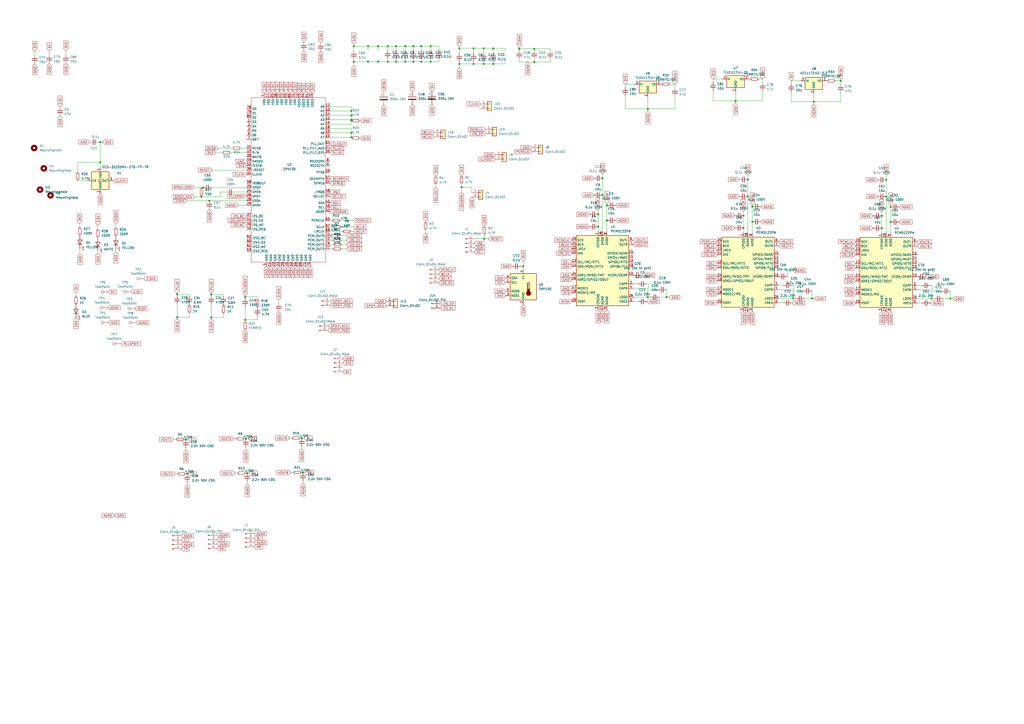
<source format=kicad_sch>
(kicad_sch (version 20230121) (generator eeschema)
  (paper "A2")
  (junction (at 116.84 114.173))
  (junction (at 386.715 172.339))
  (junction (at 175.768 274.066))
  (junction (at 352.044 119.126))
  (junction (at 274.701 28.067))
  (junction (at 235.077 35.814))
  (junction (at 352.044 127.889))
  (junction (at 511.556 125.222))
  (junction (at 224.917 26.797))
  (junction (at 107.823 254.889))
  (junction (at 431.292 125.095))
  (junction (at 239.776 26.797))
  (junction (at 142.24 185.547))
  (junction (at 122.555 170.815))
  (junction (at 267.716 108.585))
  (junction (at 229.743 26.797))
  (junction (at 235.077 26.797))
  (junction (at 205.232 26.797))
  (junction (at 303.53 154.432))
  (junction (at 460.121 173.101))
  (junction (at 266.446 28.067))
  (junction (at 301.244 28.321))
  (junction (at 203.835 77.089))
  (junction (at 102.743 170.688))
  (junction (at 431.292 132.207))
  (junction (at 433.832 104.14))
  (junction (at 213.487 35.814))
  (junction (at 266.446 37.084))
  (junction (at 286.131 37.084))
  (junction (at 244.348 35.814))
  (junction (at 349.504 103.378))
  (junction (at 142.621 254.508))
  (junction (at 122.555 184.15))
  (junction (at 274.701 37.084))
  (junction (at 205.232 35.814))
  (junction (at 375.793 63.119))
  (junction (at 286.131 28.067))
  (junction (at 203.835 79.629))
  (junction (at 309.88 28.321))
  (junction (at 516.636 128.778))
  (junction (at 219.329 26.797))
  (junction (at 58.166 82.423))
  (junction (at 224.917 35.814))
  (junction (at 487.68 46.863))
  (junction (at 244.348 26.797))
  (junction (at 175.006 254.127))
  (junction (at 540.385 173.228))
  (junction (at 511.556 132.334))
  (junction (at 249.809 35.814))
  (junction (at 471.043 173.101))
  (junction (at 346.964 124.333))
  (junction (at 514.096 114.046))
  (junction (at 280.543 28.067))
  (junction (at 203.835 64.389))
  (junction (at 280.924 138.557))
  (junction (at 433.832 113.919))
  (junction (at 143.383 274.447))
  (junction (at 108.585 274.828))
  (junction (at 349.504 113.157))
  (junction (at 551.307 173.228))
  (junction (at 102.743 184.023))
  (junction (at 58.166 94.107))
  (junction (at 346.964 131.445))
  (junction (at 280.543 37.084))
  (junction (at 229.743 35.814))
  (junction (at 516.636 120.015))
  (junction (at 436.372 128.651))
  (junction (at 436.372 119.888))
  (junction (at 426.72 58.547))
  (junction (at 121.412 116.459))
  (junction (at 514.096 104.267))
  (junction (at 203.835 69.469))
  (junction (at 203.835 66.929))
  (junction (at 117.856 108.839))
  (junction (at 203.835 69.977))
  (junction (at 309.88 35.941))
  (junction (at 472.059 59.055))
  (junction (at 213.487 26.797))
  (junction (at 142.24 172.212))
  (junction (at 219.329 35.814))
  (junction (at 239.776 35.814))
  (junction (at 375.793 172.339))
  (junction (at 249.809 26.797))
  (wire (pts (xy 144.145 254.508) (xy 142.621 254.508)))
  (wire (pts (xy 235.077 35.814) (xy 239.776 35.814)))
  (wire (pts (xy 142.24 185.547) (xy 142.24 186.436)))
  (wire (pts (xy 122.555 170.815) (xy 122.555 171.577)))
  (wire (pts (xy 511.302 122.682) (xy 511.556 122.682)))
  (wire (pts (xy 20.193 32.004) (xy 20.193 29.845)))
  (wire (pts (xy 205.232 26.797) (xy 205.232 29.464)))
  (wire (pts (xy 203.835 79.629) (xy 203.835 80.137)))
  (wire (pts (xy 108.966 274.828) (xy 108.585 274.828)))
  (wire (pts (xy 454.406 165.481) (xy 451.612 165.481)))
  (wire (pts (xy 109.855 171.577) (xy 109.855 170.688)))
  (wire (pts (xy 235.077 34.29) (xy 235.077 35.814)))
  (wire (pts (xy 426.72 59.944) (xy 426.72 58.547)))
  (wire (pts (xy 239.776 29.337) (xy 239.776 26.797)))
  (wire (pts (xy 169.926 274.066) (xy 168.783 274.066)))
  (wire (pts (xy 274.701 35.814) (xy 274.701 37.084)))
  (wire (pts (xy 45.085 104.775) (xy 50.546 104.775)))
  (wire (pts (xy 309.88 28.321) (xy 301.244 28.321)))
  (wire (pts (xy 352.044 119.126) (xy 352.044 127.889)))
  (wire (pts (xy 286.131 28.067) (xy 280.543 28.067)))
  (wire (pts (xy 456.819 156.972) (xy 456.819 160.401)))
  (wire (pts (xy 143.383 280.67) (xy 143.383 279.527)))
  (wire (pts (xy 511.556 132.334) (xy 511.556 135.128)))
  (wire (pts (xy 46.101 129.794) (xy 46.355 131.572)))
  (wire (pts (xy 149.352 183.515) (xy 149.225 185.547)))
  (wire (pts (xy 286.131 37.084) (xy 280.543 37.084)))
  (wire (pts (xy 191.389 66.929) (xy 203.835 66.929)))
  (wire (pts (xy 487.68 53.975) (xy 487.68 59.055)))
  (wire (pts (xy 540.385 173.228) (xy 531.876 173.228)))
  (wire (pts (xy 552.577 173.228) (xy 551.307 173.228)))
  (wire (pts (xy 346.964 131.445) (xy 346.964 134.239)))
  (wire (pts (xy 391.541 56.007) (xy 391.541 63.119)))
  (wire (pts (xy 246.888 133.604) (xy 246.888 135.255)))
  (wire (pts (xy 122.555 176.657) (xy 122.555 184.15)))
  (wire (pts (xy 149.352 172.212) (xy 142.24 172.212)))
  (wire (pts (xy 309.88 29.337) (xy 309.88 28.321)))
  (wire (pts (xy 309.88 34.417) (xy 309.88 35.941)))
  (wire (pts (xy 516.636 118.999) (xy 516.636 120.015)))
  (wire (pts (xy 192.913 131.699) (xy 191.389 131.699)))
  (wire (pts (xy 203.835 61.849) (xy 191.389 61.849)))
  (wire (pts (xy 142.24 178.054) (xy 142.24 185.547)))
  (wire (pts (xy 254.635 26.797) (xy 254.635 28.956)))
  (wire (pts (xy 388.747 48.895) (xy 391.541 48.895)))
  (wire (pts (xy 413.639 45.847) (xy 419.1 45.847)))
  (wire (pts (xy 58.166 82.423) (xy 57.15 82.423)))
  (wire (pts (xy 102.743 170.688) (xy 102.743 171.45)))
  (wire (pts (xy 200.914 141.859) (xy 198.374 141.859)))
  (wire (pts (xy 107.823 254.889) (xy 107.061 254.889)))
  (wire (pts (xy 472.059 54.483) (xy 472.059 59.055)))
  (wire (pts (xy 540.766 168.148) (xy 531.876 168.148)))
  (wire (pts (xy 191.389 79.629) (xy 203.835 79.629)))
  (wire (pts (xy 133.858 88.519) (xy 143.129 88.519)))
  (wire (pts (xy 213.487 35.814) (xy 205.232 35.814)))
  (wire (pts (xy 109.093 254.889) (xy 107.823 254.889)))
  (wire (pts (xy 142.621 260.731) (xy 142.621 259.588)))
  (wire (pts (xy 472.313 173.228) (xy 472.313 173.101)))
  (wire (pts (xy 204.978 127.889) (xy 197.485 127.889)))
  (wire (pts (xy 149.352 173.228) (xy 149.352 172.212)))
  (wire (pts (xy 192.913 139.319) (xy 191.389 139.319)))
  (wire (pts (xy 244.348 34.417) (xy 244.348 35.814)))
  (wire (pts (xy 122.936 108.839) (xy 143.129 108.839)))
  (wire (pts (xy 122.555 170.053) (xy 122.555 170.815)))
  (wire (pts (xy 292.989 37.084) (xy 286.131 37.084)))
  (wire (pts (xy 454.406 175.641) (xy 451.612 175.641)))
  (wire (pts (xy 375.793 56.515) (xy 375.793 63.119)))
  (wire (pts (xy 224.917 26.797) (xy 229.743 26.797)))
  (wire (pts (xy 108.331 116.459) (xy 121.412 116.459)))
  (wire (pts (xy 224.917 34.29) (xy 224.917 35.814)))
  (wire (pts (xy 292.989 28.067) (xy 292.989 30.226)))
  (wire (pts (xy 370.078 164.719) (xy 367.284 164.719)))
  (wire (pts (xy 514.096 114.046) (xy 514.096 135.128)))
  (wire (pts (xy 375.793 64.516) (xy 375.793 63.119)))
  (wire (pts (xy 460.121 168.783) (xy 465.963 168.783)))
  (wire (pts (xy 126.619 85.979) (xy 134.747 85.979)))
  (wire (pts (xy 539.75 165.608) (xy 540.766 165.608)))
  (wire (pts (xy 123.19 98.679) (xy 143.129 98.679)))
  (wire (pts (xy 487.68 45.847) (xy 487.68 46.863)))
  (wire (pts (xy 191.389 74.549) (xy 203.835 74.549)))
  (wire (pts (xy 200.914 139.319) (xy 197.993 139.319)))
  (wire (pts (xy 413.639 52.578) (xy 413.639 58.547)))
  (wire (pts (xy 301.244 28.321) (xy 301.244 29.337)))
  (wire (pts (xy 319.151 35.941) (xy 319.151 34.417)))
  (wire (pts (xy 254.635 26.797) (xy 249.809 26.797)))
  (wire (pts (xy 484.759 46.863) (xy 487.68 46.863)))
  (wire (pts (xy 144.145 274.447) (xy 143.383 274.447)))
  (wire (pts (xy 139.827 85.979) (xy 143.129 85.979)))
  (wire (pts (xy 175.006 260.35) (xy 175.006 259.207)))
  (wire (pts (xy 122.555 184.15) (xy 129.667 184.15)))
  (wire (pts (xy 352.044 118.11) (xy 352.044 119.126)))
  (wire (pts (xy 266.446 28.067) (xy 266.446 30.734)))
  (wire (pts (xy 273.685 108.585) (xy 267.716 108.585)))
  (wire (pts (xy 391.541 48.895) (xy 391.541 50.927)))
  (wire (pts (xy 387.985 172.466) (xy 387.985 172.339)))
  (wire (pts (xy 514.096 101.6) (xy 514.096 104.267)))
  (wire (pts (xy 433.832 113.919) (xy 433.832 135.001)))
  (wire (pts (xy 28.575 31.75) (xy 28.575 29.591)))
  (wire (pts (xy 229.743 34.29) (xy 229.743 35.814)))
  (wire (pts (xy 129.667 170.815) (xy 122.555 170.815)))
  (wire (pts (xy 461.645 173.101) (xy 460.121 173.101)))
  (wire (pts (xy 129.667 181.864) (xy 129.667 184.15)))
  (wire (pts (xy 362.712 50.546) (xy 362.712 48.895)))
  (wire (pts (xy 129.667 171.704) (xy 129.667 170.815)))
  (wire (pts (xy 59.563 82.423) (xy 58.166 82.423)))
  (wire (pts (xy 303.53 154.432) (xy 303.53 156.21)))
  (wire (pts (xy 471.043 168.783) (xy 471.043 173.101)))
  (wire (pts (xy 204.978 134.239) (xy 203.708 134.239)))
  (wire (pts (xy 122.555 184.15) (xy 122.555 185.039)))
  (wire (pts (xy 101.981 254.889) (xy 100.838 254.889)))
  (wire (pts (xy 249.809 34.163) (xy 249.809 35.814)))
  (wire (pts (xy 280.543 30.607) (xy 280.543 28.067)))
  (wire (pts (xy 487.68 46.863) (xy 487.68 48.895)))
  (wire (pts (xy 301.244 27.559) (xy 301.244 28.321)))
  (wire (pts (xy 266.446 28.067) (xy 274.701 28.067)))
  (wire (pts (xy 292.989 35.306) (xy 292.989 37.084)))
  (wire (pts (xy 458.978 59.055) (xy 472.059 59.055)))
  (wire (pts (xy 200.914 144.399) (xy 198.12 144.399)))
  (wire (pts (xy 431.292 125.095) (xy 431.292 132.207)))
  (wire (pts (xy 229.743 26.797) (xy 235.077 26.797)))
  (wire (pts (xy 45.085 94.107) (xy 58.166 94.107)))
  (wire (pts (xy 143.383 274.447) (xy 142.621 274.447)))
  (wire (pts (xy 203.835 69.469) (xy 203.835 69.977)))
  (wire (pts (xy 38.227 31.75) (xy 38.227 29.591)))
  (wire (pts (xy 203.835 61.849) (xy 203.835 64.389)))
  (wire (pts (xy 102.743 274.828) (xy 101.6 274.828)))
  (wire (pts (xy 552.577 173.355) (xy 552.577 173.228)))
  (wire (pts (xy 193.294 141.859) (xy 191.389 141.859)))
  (wire (pts (xy 460.502 168.021) (xy 451.612 168.021)))
  (wire (pts (xy 56.769 130.683) (xy 56.769 132.842)))
  (wire (pts (xy 267.716 106.807) (xy 267.716 108.585)))
  (wire (pts (xy 107.823 261.112) (xy 107.823 259.969)))
  (wire (pts (xy 280.543 37.084) (xy 274.701 37.084)))
  (wire (pts (xy 191.389 77.089) (xy 203.835 77.089)))
  (wire (pts (xy 267.716 108.585) (xy 267.716 111.506)))
  (wire (pts (xy 460.121 168.783) (xy 460.121 173.101)))
  (wire (pts (xy 274.701 30.734) (xy 274.701 28.067)))
  (wire (pts (xy 142.24 185.547) (xy 149.225 185.547)))
  (wire (pts (xy 176.784 274.066) (xy 175.768 274.066)))
  (wire (pts (xy 175.768 274.066) (xy 175.006 274.066)))
  (wire (pts (xy 377.317 172.339) (xy 375.793 172.339)))
  (wire (pts (xy 274.701 37.084) (xy 266.446 37.084)))
  (wire (pts (xy 203.835 74.549) (xy 203.835 77.089)))
  (wire (pts (xy 472.059 60.452) (xy 472.059 59.055)))
  (wire (pts (xy 442.341 52.959) (xy 442.341 58.547)))
  (wire (pts (xy 108.585 274.828) (xy 107.823 274.828)))
  (wire (pts (xy 203.835 77.089) (xy 203.835 79.629)))
  (wire (pts (xy 301.244 34.417) (xy 301.244 35.941)))
  (wire (pts (xy 541.909 173.228) (xy 540.385 173.228)))
  (wire (pts (xy 203.835 66.929) (xy 203.835 69.469)))
  (wire (pts (xy 109.855 181.737) (xy 109.855 184.023)))
  (wire (pts (xy 442.341 45.847) (xy 442.341 47.879)))
  (wire (pts (xy 376.174 164.719) (xy 376.174 167.259)))
  (wire (pts (xy 191.389 64.389) (xy 203.835 64.389)))
  (wire (pts (xy 125.095 88.519) (xy 128.778 88.519)))
  (wire (pts (xy 273.685 111.76) (xy 273.685 108.585)))
  (wire (pts (xy 116.84 108.839) (xy 117.856 108.839)))
  (wire (pts (xy 142.24 171.45) (xy 142.24 172.212)))
  (wire (pts (xy 175.768 280.289) (xy 175.768 279.146)))
  (wire (pts (xy 142.24 172.212) (xy 142.24 172.974)))
  (wire (pts (xy 280.924 136.271) (xy 280.924 138.557)))
  (wire (pts (xy 200.914 136.779) (xy 196.469 136.779)))
  (wire (pts (xy 516.636 128.778) (xy 516.636 135.128)))
  (wire (pts (xy 431.038 122.555) (xy 431.292 122.555)))
  (wire (pts (xy 127.762 111.379) (xy 127.762 114.173)))
  (wire (pts (xy 286.131 30.48) (xy 286.131 28.067)))
  (wire (pts (xy 229.743 29.21) (xy 229.743 26.797)))
  (wire (pts (xy 67.183 146.304) (xy 67.183 144.653)))
  (wire (pts (xy 540.766 165.608) (xy 540.766 168.148)))
  (wire (pts (xy 102.743 184.023) (xy 102.743 184.912)))
  (wire (pts (xy 136.779 254.508) (xy 135.636 254.508)))
  (wire (pts (xy 362.712 63.119) (xy 375.793 63.119)))
  (wire (pts (xy 275.082 138.557) (xy 280.924 138.557)))
  (wire (pts (xy 370.078 174.879) (xy 367.284 174.879)))
  (wire (pts (xy 436.372 128.651) (xy 436.372 135.001)))
  (wire (pts (xy 121.412 116.459) (xy 143.129 116.459)))
  (wire (pts (xy 362.712 48.895) (xy 368.173 48.895)))
  (wire (pts (xy 551.307 173.228) (xy 546.989 173.228)))
  (wire (pts (xy 514.096 104.267) (xy 514.096 114.046)))
  (wire (pts (xy 458.978 48.514) (xy 458.978 46.863)))
  (wire (pts (xy 280.924 138.557) (xy 283.337 138.557)))
  (wire (pts (xy 149.352 178.435) (xy 149.352 178.308)))
  (wire (pts (xy 46.355 147.066) (xy 46.355 144.272)))
  (wire (pts (xy 252.73 107.061) (xy 252.73 108.712)))
  (wire (pts (xy 413.639 47.498) (xy 413.639 45.847)))
  (wire (pts (xy 224.917 35.814) (xy 229.743 35.814)))
  (wire (pts (xy 301.244 35.941) (xy 309.88 35.941)))
  (wire (pts (xy 376.174 167.259) (xy 367.284 167.259)))
  (wire (pts (xy 224.917 26.797) (xy 219.329 26.797)))
  (wire (pts (xy 459.486 165.481) (xy 460.502 165.481)))
  (wire (pts (xy 205.232 35.814) (xy 205.232 34.544)))
  (wire (pts (xy 471.043 173.101) (xy 466.725 173.101)))
  (wire (pts (xy 102.743 184.023) (xy 109.855 184.023)))
  (wire (pts (xy 534.67 165.608) (xy 531.876 165.608)))
  (wire (pts (xy 472.313 173.101) (xy 471.043 173.101)))
  (wire (pts (xy 460.502 165.481) (xy 460.502 168.021)))
  (wire (pts (xy 109.855 170.688) (xy 102.743 170.688)))
  (wire (pts (xy 235.077 29.21) (xy 235.077 26.797)))
  (wire (pts (xy 433.832 104.14) (xy 433.832 113.919)))
  (wire (pts (xy 44.069 169.799) (xy 44.069 171.704)))
  (wire (pts (xy 440.182 45.847) (xy 442.341 45.847)))
  (wire (pts (xy 239.776 35.814) (xy 244.348 35.814)))
  (wire (pts (xy 362.712 55.626) (xy 362.712 63.119)))
  (wire (pts (xy 116.84 114.173) (xy 127.762 114.173)))
  (wire (pts (xy 254.635 34.036) (xy 254.635 35.814)))
  (wire (pts (xy 58.166 94.107) (xy 58.166 97.155)))
  (wire (pts (xy 391.541 63.119) (xy 375.793 63.119)))
  (wire (pts (xy 137.541 274.447) (xy 136.398 274.447)))
  (wire (pts (xy 192.405 127.889) (xy 191.389 127.889)))
  (wire (pts (xy 142.621 254.508) (xy 141.859 254.508)))
  (wire (pts (xy 213.487 26.797) (xy 219.329 26.797)))
  (wire (pts (xy 352.044 127.889) (xy 352.044 134.239)))
  (wire (pts (xy 426.72 53.467) (xy 426.72 58.547)))
  (wire (pts (xy 176.403 254.127) (xy 175.006 254.127)))
  (wire (pts (xy 309.88 35.941) (xy 319.151 35.941)))
  (wire (pts (xy 286.131 28.067) (xy 292.989 28.067)))
  (wire (pts (xy 67.183 129.794) (xy 67.183 131.953)))
  (wire (pts (xy 205.232 25.654) (xy 205.232 26.797)))
  (wire (pts (xy 45.085 99.695) (xy 45.085 94.107)))
  (wire (pts (xy 266.446 37.084) (xy 266.446 35.814)))
  (wire (pts (xy 458.978 46.863) (xy 464.439 46.863)))
  (wire (pts (xy 516.636 120.015) (xy 516.636 128.778)))
  (wire (pts (xy 244.348 26.797) (xy 249.809 26.797)))
  (wire (pts (xy 266.446 39.37) (xy 266.446 37.084)))
  (wire (pts (xy 102.743 169.926) (xy 102.743 170.688)))
  (wire (pts (xy 532.765 147.828) (xy 531.876 147.828)))
  (wire (pts (xy 346.71 121.793) (xy 346.964 121.793)))
  (wire (pts (xy 244.348 35.814) (xy 249.809 35.814)))
  (wire (pts (xy 309.88 28.321) (xy 319.151 28.321)))
  (wire (pts (xy 436.372 119.888) (xy 436.372 128.651)))
  (wire (pts (xy 136.144 111.379) (xy 143.129 111.379)))
  (wire (pts (xy 239.776 26.797) (xy 235.077 26.797)))
  (wire (pts (xy 459.994 156.972) (xy 456.819 156.972)))
  (wire (pts (xy 375.793 168.021) (xy 375.793 172.339)))
  (wire (pts (xy 551.307 168.91) (xy 551.307 173.228)))
  (wire (pts (xy 219.329 35.814) (xy 213.487 35.814)))
  (wire (pts (xy 383.413 48.895) (xy 383.667 48.895)))
  (wire (pts (xy 219.329 34.417) (xy 219.329 35.814)))
  (wire (pts (xy 193.04 144.399) (xy 191.389 144.399)))
  (wire (pts (xy 540.385 168.91) (xy 546.227 168.91)))
  (wire (pts (xy 191.389 69.469) (xy 203.835 69.469)))
  (wire (pts (xy 224.917 29.21) (xy 224.917 26.797)))
  (wire (pts (xy 58.166 82.423) (xy 58.166 94.107)))
  (wire (pts (xy 198.628 134.239) (xy 191.389 134.239)))
  (wire (pts (xy 244.348 29.337) (xy 244.348 26.797)))
  (wire (pts (xy 266.446 26.924) (xy 266.446 28.067)))
  (wire (pts (xy 239.776 26.797) (xy 244.348 26.797)))
  (wire (pts (xy 229.743 35.814) (xy 235.077 35.814)))
  (wire (pts (xy 70.231 199.39) (xy 69.469 199.39)))
  (wire (pts (xy 280.543 35.687) (xy 280.543 37.084)))
  (wire (pts (xy 375.793 168.021) (xy 381.635 168.021)))
  (wire (pts (xy 203.835 64.389) (xy 203.835 66.929)))
  (wire (pts (xy 386.715 172.339) (xy 382.397 172.339)))
  (wire (pts (xy 203.835 72.009) (xy 191.389 72.009)))
  (wire (pts (xy 203.835 69.977) (xy 203.835 72.009)))
  (wire (pts (xy 431.292 132.207) (xy 431.292 135.001)))
  (wire (pts (xy 56.769 146.939) (xy 56.769 145.542)))
  (wire (pts (xy 108.585 281.051) (xy 108.585 279.908)))
  (wire (pts (xy 452.501 147.701) (xy 451.612 147.701)))
  (wire (pts (xy 349.504 100.711) (xy 349.504 103.378)))
  (wire (pts (xy 434.34 45.847) (xy 435.102 45.847)))
  (wire (pts (xy 511.556 125.222) (xy 511.556 132.334)))
  (wire (pts (xy 442.341 58.547) (xy 426.72 58.547)))
  (wire (pts (xy 349.504 103.378) (xy 349.504 113.157)))
  (wire (pts (xy 349.504 113.157) (xy 349.504 134.239)))
  (wire (pts (xy 460.121 173.101) (xy 451.612 173.101)))
  (wire (pts (xy 204.978 131.699) (xy 197.993 131.699)))
  (wire (pts (xy 456.819 160.401) (xy 456.692 160.401)))
  (wire (pts (xy 274.701 28.067) (xy 280.543 28.067)))
  (wire (pts (xy 138.049 118.999) (xy 143.129 118.999)))
  (wire (pts (xy 511.556 122.682) (xy 511.556 125.222)))
  (wire (pts (xy 319.151 28.321) (xy 319.151 29.337)))
  (wire (pts (xy 303.53 151.384) (xy 303.53 154.432)))
  (wire (pts (xy 161.671 175.768) (xy 161.671 173.99)))
  (wire (pts (xy 302.133 154.432) (xy 303.53 154.432)))
  (wire (pts (xy 386.715 168.021) (xy 386.715 172.339)))
  (wire (pts (xy 127.762 111.379) (xy 131.064 111.379)))
  (wire (pts (xy 436.372 118.872) (xy 436.372 119.888)))
  (wire (pts (xy 413.639 58.547) (xy 426.72 58.547)))
  (wire (pts (xy 224.917 35.814) (xy 219.329 35.814)))
  (wire (pts (xy 433.832 101.473) (xy 433.832 104.14)))
  (wire (pts (xy 117.856 108.839) (xy 117.856 108.585)))
  (wire (pts (xy 116.84 114.173) (xy 113.03 114.173)))
  (wire (pts (xy 254.635 35.814) (xy 249.809 35.814)))
  (wire (pts (xy 213.487 29.464) (xy 213.487 26.797)))
  (wire (pts (xy 540.385 168.91) (xy 540.385 173.228)))
  (wire (pts (xy 239.776 34.417) (xy 239.776 35.814)))
  (wire (pts (xy 387.985 172.339) (xy 386.715 172.339)))
  (wire (pts (xy 102.743 176.53) (xy 102.743 184.023)))
  (wire (pts (xy 205.232 26.797) (xy 213.487 26.797)))
  (wire (pts (xy 534.67 175.768) (xy 531.876 175.768)))
  (wire (pts (xy 375.158 164.719) (xy 376.174 164.719)))
  (wire (pts (xy 286.131 35.56) (xy 286.131 37.084)))
  (wire (pts (xy 431.292 122.555) (xy 431.292 125.095)))
  (wire (pts (xy 219.329 29.337) (xy 219.329 26.797)))
  (wire (pts (xy 169.164 254.127) (xy 168.021 254.127)))
  (wire (pts (xy 346.964 124.333) (xy 346.964 131.445)))
  (wire (pts (xy 388.112 172.466) (xy 387.985 172.466)))
  (wire (pts (xy 175.006 254.127) (xy 174.244 254.127)))
  (wire (pts (xy 346.964 121.793) (xy 346.964 124.333)))
  (wire (pts (xy 458.978 53.594) (xy 458.978 59.055)))
  (wire (pts (xy 112.649 108.585) (xy 117.856 108.585)))
  (wire (pts (xy 375.793 172.339) (xy 367.284 172.339)))
  (wire (pts (xy 249.809 26.797) (xy 249.809 29.083)))
  (wire (pts (xy 552.704 173.355) (xy 552.577 173.355)))
  (wire (pts (xy 368.173 146.939) (xy 367.284 146.939)))
  (wire (pts (xy 116.84 113.919) (xy 116.84 114.173)))
  (wire (pts (xy 487.68 59.055) (xy 472.059 59.055)))
  (wire (pts (xy 213.487 34.544) (xy 213.487 35.814)))
  (wire (pts (xy 205.232 38.1) (xy 205.232 35.814)))
  (wire (pts (xy 472.44 173.228) (xy 472.313 173.228)))
  (global_label "GND" (shape input) (at 62.865 187.071 0) (property "Intersheetrefs" "${INTERSHEET_REFS}" (effects hide)))
  (global_label "GND" (shape input) (at 44.069 184.404 270) (property "Intersheetrefs" "${INTERSHEET_REFS}" (effects hide)))
  (global_label "GND" (shape input) (at 496.316 168.148 180) (property "Intersheetrefs" "${INTERSHEET_REFS}" (effects hide)))
  (global_label "2.5VA" (shape input) (at 391.541 48.895 90) (property "Intersheetrefs" "${INTERSHEET_REFS}" (effects hide)))
  (global_label "GND" (shape input) (at 514.096 180.848 270) (property "Intersheetrefs" "${INTERSHEET_REFS}" (effects hide)))
  (global_label "2.5V" (shape input) (at 56.769 130.683 90) (property "Intersheetrefs" "${INTERSHEET_REFS}" (effects hide)))
  (global_label "2.5V" (shape input) (at 160.909 54.229 90) (property "Intersheetrefs" "${INTERSHEET_REFS}" (effects hide)))
  (global_label "PLLAF" (shape input) (at 102.743 169.926 90) (property "Intersheetrefs" "${INTERSHEET_REFS}" (effects hide)))
  (global_label "GND" (shape input) (at 46.355 147.066 270) (property "Intersheetrefs" "${INTERSHEET_REFS}" (effects hide)))
  (global_label "3V3A" (shape input) (at 431.038 122.555 90) (property "Intersheetrefs" "${INTERSHEET_REFS}" (effects hide)))
  (global_label "VOUT1" (shape input) (at 100.838 254.889 180) (property "Intersheetrefs" "${INTERSHEET_REFS}" (effects hide)))
  (global_label "GND" (shape input) (at 472.44 173.228 0) (property "Intersheetrefs" "${INTERSHEET_REFS}" (effects hide)))
  (global_label "I2S_D3" (shape input) (at 200.914 144.399 0) (property "Intersheetrefs" "${INTERSHEET_REFS}" (effects hide)))
  (global_label "SDA" (shape input) (at 496.316 155.448 180) (property "Intersheetrefs" "${INTERSHEET_REFS}" (effects hide)))
  (global_label "2.5V" (shape input) (at 205.232 25.654 90) (property "Intersheetrefs" "${INTERSHEET_REFS}" (effects hide)))
  (global_label "GND" (shape input) (at 167.259 154.559 270) (property "Intersheetrefs" "${INTERSHEET_REFS}" (effects hide)))
  (global_label "AGND" (shape input) (at 539.75 175.768 0) (property "Intersheetrefs" "${INTERSHEET_REFS}" (effects hide)))
  (global_label "AGND" (shape input) (at 357.124 119.126 0) (property "Intersheetrefs" "${INTERSHEET_REFS}" (effects hide)))
  (global_label "GND" (shape input) (at 58.166 112.395 270) (property "Intersheetrefs" "${INTERSHEET_REFS}" (effects hide)))
  (global_label "VOUT6" (shape input) (at 531.876 142.748 0) (property "Intersheetrefs" "${INTERSHEET_REFS}" (effects hide)))
  (global_label "GND" (shape input) (at 344.424 113.157 180) (property "Intersheetrefs" "${INTERSHEET_REFS}" (effects hide)))
  (global_label "AGND" (shape input) (at 161.671 180.848 270) (property "Intersheetrefs" "${INTERSHEET_REFS}" (effects hide)))
  (global_label "2.5V" (shape input) (at 165.989 54.229 90) (property "Intersheetrefs" "${INTERSHEET_REFS}" (effects hide)))
  (global_label "3V3" (shape input) (at 181.229 54.229 90) (property "Intersheetrefs" "${INTERSHEET_REFS}" (effects hide)))
  (global_label "BCLK" (shape input) (at 251.841 76.708 180) (property "Intersheetrefs" "${INTERSHEET_REFS}" (effects hide)))
  (global_label "3V3" (shape input) (at 266.446 26.924 90) (property "Intersheetrefs" "${INTERSHEET_REFS}" (effects hide)))
  (global_label "GND" (shape input) (at 250.571 60.579 270) (property "Intersheetrefs" "${INTERSHEET_REFS}" (effects hide)))
  (global_label "3V3" (shape input) (at 208.915 80.137 0) (property "Intersheetrefs" "${INTERSHEET_REFS}" (effects hide)))
  (global_label "GND" (shape input) (at 428.752 113.919 180) (property "Intersheetrefs" "${INTERSHEET_REFS}" (effects hide)))
  (global_label "3V3" (shape input) (at 239.141 53.086 90) (property "Intersheetrefs" "${INTERSHEET_REFS}" (effects hide)))
  (global_label "GND" (shape input) (at 143.129 93.599 180) (property "Intersheetrefs" "${INTERSHEET_REFS}" (effects hide)))
  (global_label "PCMCLK" (shape input) (at 254.381 156.464 0) (property "Intersheetrefs" "${INTERSHEET_REFS}" (effects hide)))
  (global_label "AGND" (shape input) (at 306.07 35.941 270) (property "Intersheetrefs" "${INTERSHEET_REFS}" (effects hide)))
  (global_label "SELI2C" (shape input) (at 191.389 113.919 0) (property "Intersheetrefs" "${INTERSHEET_REFS}" (effects hide)))
  (global_label "3V3" (shape input) (at 176.149 54.229 90) (property "Intersheetrefs" "${INTERSHEET_REFS}" (effects hide)))
  (global_label "I2S_D2" (shape input) (at 200.914 141.859 0) (property "Intersheetrefs" "${INTERSHEET_REFS}" (effects hide)))
  (global_label "I2S_D4" (shape input) (at 200.914 136.779 0) (property "Intersheetrefs" "${INTERSHEET_REFS}" (effects hide)))
  (global_label "CLKIN" (shape input) (at 65.786 104.775 0) (property "Intersheetrefs" "${INTERSHEET_REFS}" (effects hide)))
  (global_label "AGND" (shape input) (at 536.956 160.528 0) (property "Intersheetrefs" "${INTERSHEET_REFS}" (effects hide)))
  (global_label "AGND" (shape input) (at 125.73 315.595 0) (property "Intersheetrefs" "${INTERSHEET_REFS}" (effects hide)))
  (global_label "GND" (shape input) (at 388.112 172.466 0) (property "Intersheetrefs" "${INTERSHEET_REFS}" (effects hide)))
  (global_label "5V" (shape input) (at 62.738 169.291 0) (property "Intersheetrefs" "${INTERSHEET_REFS}" (effects hide)))
  (global_label "I2CADDR" (shape input) (at 267.716 111.506 270) (property "Intersheetrefs" "${INTERSHEET_REFS}" (effects hide)))
  (global_label "SPDIF_NEG" (shape input) (at 113.03 114.173 180) (property "Intersheetrefs" "${INTERSHEET_REFS}" (effects hide)))
  (global_label "3V3" (shape input) (at 198.755 210.566 0) (property "Intersheetrefs" "${INTERSHEET_REFS}" (effects hide)))
  (global_label "CLKIN" (shape input) (at 143.129 101.219 180) (property "Intersheetrefs" "${INTERSHEET_REFS}" (effects hide)))
  (global_label "3V3" (shape input) (at 303.53 151.384 90) (property "Intersheetrefs" "${INTERSHEET_REFS}" (effects hide)))
  (global_label "VOUT5" (shape input) (at 531.876 140.208 0) (property "Intersheetrefs" "${INTERSHEET_REFS}" (effects hide)))
  (global_label "SELI2C" (shape input) (at 252.73 108.712 270) (property "Intersheetrefs" "${INTERSHEET_REFS}" (effects hide)))
  (global_label "GND" (shape input) (at 162.179 154.559 270) (property "Intersheetrefs" "${INTERSHEET_REFS}" (effects hide)))
  (global_label "3V3" (shape input) (at 38.227 29.591 90) (property "Intersheetrefs" "${INTERSHEET_REFS}" (effects hide)))
  (global_label "3V3A" (shape input) (at 346.71 121.793 90) (property "Intersheetrefs" "${INTERSHEET_REFS}" (effects hide)))
  (global_label "SW" (shape input) (at 125.73 318.135 0) (property "Intersheetrefs" "${INTERSHEET_REFS}" (effects hide)))
  (global_label "FR" (shape input) (at 108.966 274.828 0) (property "Intersheetrefs" "${INTERSHEET_REFS}" (effects hide)))
  (global_label "3V3A" (shape input) (at 352.044 118.11 90) (property "Intersheetrefs" "${INTERSHEET_REFS}" (effects hide)))
  (global_label "GND" (shape input) (at 416.052 160.401 180) (property "Intersheetrefs" "${INTERSHEET_REFS}" (effects hide)))
  (global_label "AGND" (shape input) (at 441.452 119.888 0) (property "Intersheetrefs" "${INTERSHEET_REFS}" (effects hide)))
  (global_label "VOUT5" (shape input) (at 168.021 254.127 180) (property "Intersheetrefs" "${INTERSHEET_REFS}" (effects hide)))
  (global_label "3V3" (shape input) (at 143.129 96.139 180) (property "Intersheetrefs" "${INTERSHEET_REFS}" (effects hide)))
  (global_label "GND" (shape input) (at 293.37 168.91 180) (property "Intersheetrefs" "${INTERSHEET_REFS}" (effects hide)))
  (global_label "5V" (shape input) (at 44.069 169.799 90) (property "Intersheetrefs" "${INTERSHEET_REFS}" (effects hide)))
  (global_label "WCLK" (shape input) (at 204.978 134.239 0) (property "Intersheetrefs" "${INTERSHEET_REFS}" (effects hide)))
  (global_label "AGND" (shape input) (at 375.158 174.879 0) (property "Intersheetrefs" "${INTERSHEET_REFS}" (effects hide)))
  (global_label "GND" (shape input) (at 157.099 154.559 270) (property "Intersheetrefs" "${INTERSHEET_REFS}" (effects hide)))
  (global_label "GND" (shape input) (at 552.704 173.355 0) (property "Intersheetrefs" "${INTERSHEET_REFS}" (effects hide)))
  (global_label "2.5V" (shape input) (at 163.449 54.229 90) (property "Intersheetrefs" "${INTERSHEET_REFS}" (effects hide)))
  (global_label "GND" (shape input) (at 331.724 159.639 180) (property "Intersheetrefs" "${INTERSHEET_REFS}" (effects hide)))
  (global_label "GND" (shape input) (at 344.424 103.378 180) (property "Intersheetrefs" "${INTERSHEET_REFS}" (effects hide)))
  (global_label "3V3" (shape input) (at 293.37 171.45 180) (property "Intersheetrefs" "${INTERSHEET_REFS}" (effects hide)))
  (global_label "GND" (shape input) (at 154.559 154.559 270) (property "Intersheetrefs" "${INTERSHEET_REFS}" (effects hide)))
  (global_label "CLKOUT" (shape input) (at 191.389 83.439 0) (property "Intersheetrefs" "${INTERSHEET_REFS}" (effects hide)))
  (global_label "AGND" (shape input) (at 142.24 191.516 270) (property "Intersheetrefs" "${INTERSHEET_REFS}" (effects hide)))
  (global_label "SCL" (shape input) (at 275.082 146.177 0) (property "Intersheetrefs" "${INTERSHEET_REFS}" (effects hide)))
  (global_label "AGND" (shape input) (at 175.006 260.35 270) (property "Intersheetrefs" "${INTERSHEET_REFS}" (effects hide)))
  (global_label "GND" (shape input) (at 280.924 131.191 90) (property "Intersheetrefs" "${INTERSHEET_REFS}" (effects hide)))
  (global_label "SDA" (shape input) (at 416.052 155.321 180) (property "Intersheetrefs" "${INTERSHEET_REFS}" (effects hide)))
  (global_label "GND" (shape input) (at 273.685 114.3 270) (property "Intersheetrefs" "${INTERSHEET_REFS}" (effects hide)))
  (global_label "AGND" (shape input) (at 426.212 132.207 180) (property "Intersheetrefs" "${INTERSHEET_REFS}" (effects hide)))
  (global_label "2.5V" (shape input) (at 158.369 54.229 90) (property "Intersheetrefs" "${INTERSHEET_REFS}" (effects hide)))
  (global_label "AGND" (shape input) (at 426.212 125.095 180) (property "Intersheetrefs" "${INTERSHEET_REFS}" (effects hide)))
  (global_label "AGND" (shape input) (at 441.452 128.651 0) (property "Intersheetrefs" "${INTERSHEET_REFS}" (effects hide)))
  (global_label "PCMCLK" (shape input) (at 308.483 88.011 180) (property "Intersheetrefs" "${INTERSHEET_REFS}" (effects hide)))
  (global_label "3V3A" (shape input) (at 487.68 45.847 90) (property "Intersheetrefs" "${INTERSHEET_REFS}" (effects hide)))
  (global_label "3V3A" (shape input) (at 516.636 118.999 90) (property "Intersheetrefs" "${INTERSHEET_REFS}" (effects hide)))
  (global_label "5V" (shape input) (at 250.571 52.959 90) (property "Intersheetrefs" "${INTERSHEET_REFS}" (effects hide)))
  (global_label "SCL" (shape input) (at 191.389 120.269 0) (property "Intersheetrefs" "${INTERSHEET_REFS}" (effects hide)))
  (global_label "3V3A" (shape input) (at 78.232 178.943 0) (property "Intersheetrefs" "${INTERSHEET_REFS}" (effects hide)))
  (global_label "GND" (shape input) (at 198.755 208.026 0) (property "Intersheetrefs" "${INTERSHEET_REFS}" (effects hide)))
  (global_label "2.5V" (shape input) (at 153.289 54.229 90) (property "Intersheetrefs" "${INTERSHEET_REFS}" (effects hide)))
  (global_label "SDA" (shape input) (at 275.082 143.637 0) (property "Intersheetrefs" "${INTERSHEET_REFS}" (effects hide)))
  (global_label "AGND" (shape input) (at 121.412 121.539 270) (property "Intersheetrefs" "${INTERSHEET_REFS}" (effects hide)))
  (global_label "AGND" (shape input) (at 105.029 315.849 0) (property "Intersheetrefs" "${INTERSHEET_REFS}" (effects hide)))
  (global_label "SCL" (shape input) (at 293.37 163.83 180) (property "Intersheetrefs" "${INTERSHEET_REFS}" (effects hide)))
  (global_label "AGND" (shape input) (at 142.621 260.731 270) (property "Intersheetrefs" "${INTERSHEET_REFS}" (effects hide)))
  (global_label "AGND" (shape input) (at 66.548 298.958 180) (property "Intersheetrefs" "${INTERSHEET_REFS}" (effects hide)))
  (global_label "PLLSPDIF" (shape input) (at 143.129 113.919 180) (property "Intersheetrefs" "${INTERSHEET_REFS}" (effects hide)))
  (global_label "DEEMPTH" (shape input) (at 191.389 103.759 0) (property "Intersheetrefs" "${INTERSHEET_REFS}" (effects hide)))
  (global_label "I2S_D1" (shape input) (at 254.381 164.084 0) (property "Intersheetrefs" "${INTERSHEET_REFS}" (effects hide)))
  (global_label "GND" (shape input) (at 186.055 29.845 270) (property "Intersheetrefs" "${INTERSHEET_REFS}" (effects hide)))
  (global_label "GND" (shape input) (at 174.879 154.559 270) (property "Intersheetrefs" "${INTERSHEET_REFS}" (effects hide)))
  (global_label "SDA" (shape input) (at 293.37 161.29 180) (property "Intersheetrefs" "${INTERSHEET_REFS}" (effects hide)))
  (global_label "2.5VA" (shape input) (at 301.244 27.559 90) (property "Intersheetrefs" "${INTERSHEET_REFS}" (effects hide)))
  (global_label "2.5VA" (shape input) (at 83.439 161.671 0) (property "Intersheetrefs" "${INTERSHEET_REFS}" (effects hide)))
  (global_label "GND" (shape input) (at 224.282 174.752 180) (property "Intersheetrefs" "${INTERSHEET_REFS}" (effects hide)))
  (global_label "VOUT1" (shape input) (at 367.284 139.319 0) (property "Intersheetrefs" "${INTERSHEET_REFS}" (effects hide)))
  (global_label "PLLSPDIF" (shape input) (at 70.231 199.39 0) (property "Intersheetrefs" "${INTERSHEET_REFS}" (effects hide)))
  (global_label "GND" (shape input) (at 287.401 89.789 180) (property "Intersheetrefs" "${INTERSHEET_REFS}" (effects hide)))
  (global_label "2.5V" (shape input) (at 171.069 54.229 90) (property "Intersheetrefs" "${INTERSHEET_REFS}" (effects hide)))
  (global_label "3V3" (shape input) (at 362.712 48.895 90) (property "Intersheetrefs" "${INTERSHEET_REFS}" (effects hide)))
  (global_label "AGND" (shape input) (at 62.357 178.435 0) (property "Intersheetrefs" "${INTERSHEET_REFS}" (effects hide)))
  (global_label "GND" (shape input) (at 28.575 36.83 270) (property "Intersheetrefs" "${INTERSHEET_REFS}" (effects hide)))
  (global_label "3V3" (shape input) (at 514.096 101.6 90) (property "Intersheetrefs" "${INTERSHEET_REFS}" (effects hide)))
  (global_label "2.5VA" (shape input) (at 67.183 129.794 90) (property "Intersheetrefs" "${INTERSHEET_REFS}" (effects hide)))
  (global_label "5V" (shape input) (at 28.575 29.591 90) (property "Intersheetrefs" "${INTERSHEET_REFS}" (effects hide)))
  (global_label "GND" (shape input) (at 66.548 298.958 0) (property "Intersheetrefs" "${INTERSHEET_REFS}" (effects hide)))
  (global_label "PLLAF" (shape input) (at 191.389 85.979 0) (property "Intersheetrefs" "${INTERSHEET_REFS}" (effects hide)))
  (global_label "2.5V" (shape input) (at 34.798 62.23 90) (property "Intersheetrefs" "${INTERSHEET_REFS}" (effects hide)))
  (global_label "SCL" (shape input) (at 331.724 152.019 180) (property "Intersheetrefs" "${INTERSHEET_REFS}" (effects hide)))
  (global_label "RL" (shape input) (at 147.32 312.166 0) (property "Intersheetrefs" "${INTERSHEET_REFS}" (effects hide)))
  (global_label "GND" (shape input) (at 416.052 168.021 180) (property "Intersheetrefs" "${INTERSHEET_REFS}" (effects hide)))
  (global_label "CT" (shape input) (at 144.145 254.508 0) (property "Intersheetrefs" "${INTERSHEET_REFS}" (effects hide)))
  (global_label "AGND" (shape input) (at 372.364 159.639 0) (property "Intersheetrefs" "${INTERSHEET_REFS}" (effects hide)))
  (global_label "3V3" (shape input) (at 176.276 24.511 90) (property "Intersheetrefs" "${INTERSHEET_REFS}" (effects hide)))
  (global_label "GND" (shape input) (at 34.798 67.31 270) (property "Intersheetrefs" "${INTERSHEET_REFS}" (effects hide)))
  (global_label "I2S_DATA" (shape input) (at 143.129 127.889 180) (property "Intersheetrefs" "${INTERSHEET_REFS}" (effects hide)))
  (global_label "GND" (shape input) (at 205.232 38.1 270) (property "Intersheetrefs" "${INTERSHEET_REFS}" (effects hide)))
  (global_label "AGND" (shape input) (at 506.476 132.334 180) (property "Intersheetrefs" "${INTERSHEET_REFS}" (effects hide)))
  (global_label "RR" (shape input) (at 147.32 317.246 0) (property "Intersheetrefs" "${INTERSHEET_REFS}" (effects hide)))
  (global_label "AGND" (shape input) (at 175.768 280.289 270) (property "Intersheetrefs" "${INTERSHEET_REFS}" (effects hide)))
  (global_label "AGND" (shape input) (at 125.73 310.515 0) (property "Intersheetrefs" "${INTERSHEET_REFS}" (effects hide)))
  (global_label "VOUT4" (shape input) (at 451.612 142.621 0) (property "Intersheetrefs" "${INTERSHEET_REFS}" (effects hide)))
  (global_label "AGND" (shape input) (at 375.793 64.516 270) (property "Intersheetrefs" "${INTERSHEET_REFS}" (effects hide)))
  (global_label "3V3A" (shape input) (at 222.631 53.213 90) (property "Intersheetrefs" "${INTERSHEET_REFS}" (effects hide)))
  (global_label "GND" (shape input) (at 56.769 146.939 270) (property "Intersheetrefs" "${INTERSHEET_REFS}" (effects hide)))
  (global_label "5V" (shape input) (at 198.755 215.646 0) (property "Intersheetrefs" "${INTERSHEET_REFS}" (effects hide)))
  (global_label "3V3" (shape input) (at 433.832 101.473 90) (property "Intersheetrefs" "${INTERSHEET_REFS}" (effects hide)))
  (global_label "PCMCLK" (shape input) (at 204.978 127.889 0) (property "Intersheetrefs" "${INTERSHEET_REFS}" (effects hide)))
  (global_label "VOUT3" (shape input) (at 135.636 254.508 180) (property "Intersheetrefs" "${INTERSHEET_REFS}" (effects hide)))
  (global_label "AGND" (shape input) (at 436.372 180.721 270) (property "Intersheetrefs" "${INTERSHEET_REFS}" (effects hide)))
  (global_label "SDA" (shape input) (at 191.389 117.729 0) (property "Intersheetrefs" "${INTERSHEET_REFS}" (effects hide)))
  (global_label "IRQ" (shape input) (at 275.082 141.097 0) (property "Intersheetrefs" "${INTERSHEET_REFS}" (effects hide)))
  (global_label "SDA" (shape input) (at 331.724 154.559 180) (property "Intersheetrefs" "${INTERSHEET_REFS}" (effects hide)))
  (global_label "AGND" (shape input) (at 108.585 281.051 270) (property "Intersheetrefs" "${INTERSHEET_REFS}" (effects hide)))
  (global_label "I2S_BC" (shape input) (at 143.129 125.349 180) (property "Intersheetrefs" "${INTERSHEET_REFS}" (effects hide)))
  (global_label "AGND" (shape input) (at 511.556 180.848 270) (property "Intersheetrefs" "${INTERSHEET_REFS}" (effects hide)))
  (global_label "AGND" (shape input) (at 472.059 60.452 270) (property "Intersheetrefs" "${INTERSHEET_REFS}" (effects hide)))
  (global_label "3V3" (shape input) (at 59.563 82.423 0) (property "Intersheetrefs" "${INTERSHEET_REFS}" (effects hide)))
  (global_label "WCLK" (shape input) (at 331.724 144.399 180) (property "Intersheetrefs" "${INTERSHEET_REFS}" (effects hide)))
  (global_label "2.5VA" (shape input) (at 161.671 173.99 90) (property "Intersheetrefs" "${INTERSHEET_REFS}" (effects hide)))
  (global_label "PCMCLK" (shape input) (at 416.052 140.081 180) (property "Intersheetrefs" "${INTERSHEET_REFS}" (effects hide)))
  (global_label "PLLSF" (shape input) (at 122.555 170.053 90) (property "Intersheetrefs" "${INTERSHEET_REFS}" (effects hide)))
  (global_label "AGND" (shape input) (at 147.32 309.626 0) (property "Intersheetrefs" "${INTERSHEET_REFS}" (effects hide)))
  (global_label "SPDIF_NEG" (shape input) (at 191.643 174.625 0) (property "Intersheetrefs" "${INTERSHEET_REFS}" (effects hide)))
  (global_label "3V3" (shape input) (at 416.052 170.561 180) (property "Intersheetrefs" "${INTERSHEET_REFS}" (effects hide)))
  (global_label "WCLK" (shape input) (at 251.841 79.248 180) (property "Intersheetrefs" "${INTERSHEET_REFS}" (effects hide)))
  (global_label "3V3" (shape input) (at 496.316 170.688 180) (property "Intersheetrefs" "${INTERSHEET_REFS}" (effects hide)))
  (global_label "GND" (shape input) (at 349.504 179.959 270) (property "Intersheetrefs" "${INTERSHEET_REFS}" (effects hide)))
  (global_label "3V3" (shape input) (at 178.689 54.229 90) (property "Intersheetrefs" "${INTERSHEET_REFS}" (effects hide)))
  (global_label "BCLK" (shape input) (at 331.724 141.859 180) (property "Intersheetrefs" "${INTERSHEET_REFS}" (effects hide)))
  (global_label "SPDIF_NEG" (shape input) (at 190.246 189.103 0) (property "Intersheetrefs" "${INTERSHEET_REFS}" (effects hide)))
  (global_label "VOUT2" (shape input) (at 101.6 274.828 180) (property "Intersheetrefs" "${INTERSHEET_REFS}" (effects hide)))
  (global_label "BCLK" (shape input) (at 204.978 131.699 0) (property "Intersheetrefs" "${INTERSHEET_REFS}" (effects hide)))
  (global_label "GND" (shape input) (at 177.419 154.559 270) (property "Intersheetrefs" "${INTERSHEET_REFS}" (effects hide)))
  (global_label "AGND" (shape input) (at 78.867 187.198 0) (property "Intersheetrefs" "${INTERSHEET_REFS}" (effects hide)))
  (global_label "I2S_D1" (shape input) (at 331.724 146.939 180) (property "Intersheetrefs" "${INTERSHEET_REFS}" (effects hide)))
  (global_label "BCLK" (shape input) (at 254.381 159.004 0) (property "Intersheetrefs" "${INTERSHEET_REFS}" (effects hide)))
  (global_label "DCSB" (shape input) (at 126.619 85.979 180) (property "Intersheetrefs" "${INTERSHEET_REFS}" (effects hide)))
  (global_label "GND" (shape input) (at 331.724 162.179 180) (property "Intersheetrefs" "${INTERSHEET_REFS}" (effects hide)))
  (global_label "AGND" (shape input) (at 352.044 179.959 270) (property "Intersheetrefs" "${INTERSHEET_REFS}" (effects hide)))
  (global_label "2.5V" (shape input) (at 442.341 45.847 90) (property "Intersheetrefs" "${INTERSHEET_REFS}" (effects hide)))
  (global_label "AGND" (shape input) (at 138.049 118.999 180) (property "Intersheetrefs" "${INTERSHEET_REFS}" (effects hide)))
  (global_label "AGND" (shape input) (at 107.823 261.112 270) (property "Intersheetrefs" "${INTERSHEET_REFS}" (effects hide)))
  (global_label "VOUT4" (shape input) (at 136.398 274.447 180) (property "Intersheetrefs" "${INTERSHEET_REFS}" (effects hide)))
  (global_label "IRQ" (shape input) (at 246.888 135.255 270) (property "Intersheetrefs" "${INTERSHEET_REFS}" (effects hide)))
  (global_label "CT" (shape input) (at 125.73 313.055 0) (property "Intersheetrefs" "${INTERSHEET_REFS}" (effects hide)))
  (global_label "BCLK" (shape input) (at 416.052 142.621 180) (property "Intersheetrefs" "${INTERSHEET_REFS}" (effects hide)))
  (global_label "GND" (shape input) (at 172.339 154.559 270) (property "Intersheetrefs" "${INTERSHEET_REFS}" (effects hide)))
  (global_label "GND" (shape input) (at 303.53 176.53 270) (property "Intersheetrefs" "${INTERSHEET_REFS}" (effects hide)))
  (global_label "BCLK" (shape input) (at 496.316 142.748 180) (property "Intersheetrefs" "${INTERSHEET_REFS}" (effects hide)))
  (global_label "3V3" (shape input) (at 252.73 101.981 90) (property "Intersheetrefs" "${INTERSHEET_REFS}" (effects hide)))
  (global_label "I2CADDR" (shape input) (at 191.389 122.809 0) (property "Intersheetrefs" "${INTERSHEET_REFS}" (effects hide)))
  (global_label "3V3" (shape input) (at 331.724 169.799 180) (property "Intersheetrefs" "${INTERSHEET_REFS}" (effects hide)))
  (global_label "SW" (shape input) (at 144.145 274.447 0) (property "Intersheetrefs" "${INTERSHEET_REFS}" (effects hide)))
  (global_label "GND" (shape input) (at 67.183 146.304 270) (property "Intersheetrefs" "${INTERSHEET_REFS}" (effects hide)))
  (global_label "PCMCLK" (shape input) (at 496.316 140.208 180) (property "Intersheetrefs" "${INTERSHEET_REFS}" (effects hide)))
  (global_label "GND" (shape input) (at 20.193 37.084 270) (property "Intersheetrefs" "${INTERSHEET_REFS}" (effects hide)))
  (global_label "SCL" (shape input) (at 496.316 152.908 180) (property "Intersheetrefs" "${INTERSHEET_REFS}" (effects hide)))
  (global_label "3V3" (shape input) (at 349.504 100.711 90) (property "Intersheetrefs" "${INTERSHEET_REFS}" (effects hide)))
  (global_label "AGND" (shape input) (at 346.964 179.959 270) (property "Intersheetrefs" "${INTERSHEET_REFS}" (effects hide)))
  (global_label "GND" (shape input) (at 426.72 59.944 270) (property "Intersheetrefs" "${INTERSHEET_REFS}" (effects hide)))
  (global_label "2.5VA" (shape input) (at 108.331 116.459 180) (property "Intersheetrefs" "${INTERSHEET_REFS}" (effects hide)))
  (global_label "VOUT6" (shape input) (at 168.783 274.066 180) (property "Intersheetrefs" "${INTERSHEET_REFS}" (effects hide)))
  (global_label "AGND" (shape input) (at 431.292 180.721 270) (property "Intersheetrefs" "${INTERSHEET_REFS}" (effects hide)))
  (global_label "SPDIF_NEG" (shape input) (at 224.282 177.292 180) (property "Intersheetrefs" "${INTERSHEET_REFS}" (effects hide)))
  (global_label "AGND" (shape input) (at 341.884 124.333 180) (property "Intersheetrefs" "${INTERSHEET_REFS}" (effects hide)))
  (global_label "VOUT2" (shape input) (at 367.284 141.859 0) (property "Intersheetrefs" "${INTERSHEET_REFS}" (effects hide)))
  (global_label "AGND" (shape input) (at 506.476 125.222 180) (property "Intersheetrefs" "${INTERSHEET_REFS}" (effects hide)))
  (global_label "GND" (shape input) (at 308.483 85.471 180) (property "Intersheetrefs" "${INTERSHEET_REFS}" (effects hide)))
  (global_label "FR" (shape input) (at 105.029 318.389 0) (property "Intersheetrefs" "${INTERSHEET_REFS}" (effects hide)))
  (global_label "GND" (shape input) (at 169.799 154.559 270) (property "Intersheetrefs" "${INTERSHEET_REFS}" (effects hide)))
  (global_label "IRQ" (shape input) (at 191.389 111.379 0) (property "Intersheetrefs" "${INTERSHEET_REFS}" (effects hide)))
  (global_label "I2S_D2" (shape input) (at 416.052 147.701 180) (property "Intersheetrefs" "${INTERSHEET_REFS}" (effects hide)))
  (global_label "RR" (shape input) (at 176.784 274.066 0) (property "Intersheetrefs" "${INTERSHEET_REFS}" (effects hide)))
  (global_label "SPDIF_POS" (shape input) (at 191.643 177.165 0) (property "Intersheetrefs" "${INTERSHEET_REFS}" (effects hide)))
  (global_label "GND" (shape input) (at 496.316 163.068 180) (property "Intersheetrefs" "${INTERSHEET_REFS}" (effects hide)))
  (global_label "GND" (shape input) (at 433.832 180.721 270) (property "Intersheetrefs" "${INTERSHEET_REFS}" (effects hide)))
  (global_label "GND" (shape input) (at 297.053 154.432 180) (property "Intersheetrefs" "${INTERSHEET_REFS}" (effects hide)))
  (global_label "GND" (shape input) (at 509.016 114.046 180) (property "Intersheetrefs" "${INTERSHEET_REFS}" (effects hide)))
  (global_label "AGND" (shape input) (at 143.383 280.67 270) (property "Intersheetrefs" "${INTERSHEET_REFS}" (effects hide)))
  (global_label "3V3" (shape input) (at 496.316 160.528 180) (property "Intersheetrefs" "${INTERSHEET_REFS}" (effects hide)))
  (global_label "I2S_D2" (shape input) (at 255.27 176.149 0) (property "Intersheetrefs" "${INTERSHEET_REFS}" (effects hide)))
  (global_label "WCLK" (shape input) (at 254.381 161.544 0) (property "Intersheetrefs" "${INTERSHEET_REFS}" (effects hide)))
  (global_label "WCLK" (shape input) (at 496.316 145.288 180) (property "Intersheetrefs" "${INTERSHEET_REFS}" (effects hide)))
  (global_label "2.5V" (shape input) (at 75.819 169.164 0) (property "Intersheetrefs" "${INTERSHEET_REFS}" (effects hide)))
  (global_label "GND" (shape input) (at 239.141 60.706 270) (property "Intersheetrefs" "${INTERSHEET_REFS}" (effects hide)))
  (global_label "3V3A" (shape input) (at 416.052 175.641 180) (property "Intersheetrefs" "${INTERSHEET_REFS}" (effects hide)))
  (global_label "3V3" (shape input) (at 46.101 129.794 90) (property "Intersheetrefs" "${INTERSHEET_REFS}" (effects hide)))
  (global_label "PCMCLK" (shape input) (at 281.686 75.057 180) (property "Intersheetrefs" "${INTERSHEET_REFS}" (effects hide)))
  (global_label "3V3" (shape input) (at 246.888 128.524 90) (property "Intersheetrefs" "${INTERSHEET_REFS}" (effects hide)))
  (global_label "3V3A" (shape input) (at 331.724 174.879 180) (property "Intersheetrefs" "${INTERSHEET_REFS}" (effects hide)))
  (global_label "I2S_D1" (shape input) (at 200.914 139.319 0) (property "Intersheetrefs" "${INTERSHEET_REFS}" (effects hide)))
  (global_label "GND" (shape input) (at 38.227 36.83 270) (property "Intersheetrefs" "${INTERSHEET_REFS}" (effects hide)))
  (global_label "GND" (shape input) (at 159.639 154.559 270) (property "Intersheetrefs" "${INTERSHEET_REFS}" (effects hide)))
  (global_label "3V3A" (shape input) (at 511.302 122.682 90) (property "Intersheetrefs" "${INTERSHEET_REFS}" (effects hide)))
  (global_label "SCL" (shape input) (at 416.052 152.781 180) (property "Intersheetrefs" "${INTERSHEET_REFS}" (effects hide)))
  (global_label "2.5V" (shape input) (at 168.529 54.229 90) (property "Intersheetrefs" "${INTERSHEET_REFS}" (effects hide)))
  (global_label "I2S_D3" (shape input) (at 496.316 147.828 180) (property "Intersheetrefs" "${INTERSHEET_REFS}" (effects hide)))
  (global_label "AGND" (shape input) (at 521.716 128.778 0) (property "Intersheetrefs" "${INTERSHEET_REFS}" (effects hide)))
  (global_label "AGND" (shape input) (at 147.32 314.706 0) (property "Intersheetrefs" "${INTERSHEET_REFS}" (effects hide)))
  (global_label "I2S_D1" (shape input) (at 255.27 178.689 0) (property "Intersheetrefs" "${INTERSHEET_REFS}" (effects hide)))
  (global_label "CT" (shape input) (at 144.145 254.508 0) (property "Intersheetrefs" "${INTERSHEET_REFS}" (effects hide)))
  (global_label "RESET" (shape input) (at 283.337 138.557 0) (property "Intersheetrefs" "${INTERSHEET_REFS}" (effects hide)))
  (global_label "3V3" (shape input) (at 20.193 29.845 90) (property "Intersheetrefs" "${INTERSHEET_REFS}" (effects hide)))
  (global_label "2.5VA" (shape input) (at 102.743 184.912 270) (property "Intersheetrefs" "${INTERSHEET_REFS}" (effects hide)))
  (global_label "GND" (shape input) (at 179.959 154.559 270) (property "Intersheetrefs" "${INTERSHEET_REFS}" (effects hide)))
  (global_label "I2S_WC" (shape input) (at 143.129 130.429 180) (property "Intersheetrefs" "${INTERSHEET_REFS}" (effects hide)))
  (global_label "GND" (shape input) (at 208.915 69.977 0) (property "Intersheetrefs" "${INTERSHEET_REFS}" (effects hide)))
  (global_label "3V3" (shape input) (at 173.609 54.229 90) (property "Intersheetrefs" "${INTERSHEET_REFS}" (effects hide)))
  (global_label "5V" (shape input) (at 458.978 46.863 90) (property "Intersheetrefs" "${INTERSHEET_REFS}" (effects hide)))
  (global_label "2.5V" (shape input) (at 186.055 24.765 90) (property "Intersheetrefs" "${INTERSHEET_REFS}" (effects hide)))
  (global_label "2.5V" (shape input) (at 155.829 54.229 90) (property "Intersheetrefs" "${INTERSHEET_REFS}" (effects hide)))
  (global_label "GND" (shape input) (at 266.446 39.37 270) (property "Intersheetrefs" "${INTERSHEET_REFS}" (effects hide)))
  (global_label "3V3A" (shape input) (at 436.372 118.872 90) (property "Intersheetrefs" "${INTERSHEET_REFS}" (effects hide)))
  (global_label "PCMCLK" (shape input) (at 331.724 139.319 180) (property "Intersheetrefs" "${INTERSHEET_REFS}" (effects hide)))
  (global_label "SPDIF_POS" (shape input) (at 112.649 108.585 180) (property "Intersheetrefs" "${INTERSHEET_REFS}" (effects hide)))
  (global_label "PLLSPDIF" (shape input) (at 142.24 171.45 90) (property "Intersheetrefs" "${INTERSHEET_REFS}" (effects hide)))
  (global_label "GND" (shape input) (at 164.719 154.559 270) (property "Intersheetrefs" "${INTERSHEET_REFS}" (effects hide)))
  (global_label "AGND" (shape input) (at 516.636 180.848 270) (property "Intersheetrefs" "${INTERSHEET_REFS}" (effects hide)))
  (global_label "AGND" (shape input) (at 105.029 310.769 0) (property "Intersheetrefs" "${INTERSHEET_REFS}" (effects hide)))
  (global_label "PLLSF" (shape input) (at 191.389 88.519 0) (property "Intersheetrefs" "${INTERSHEET_REFS}" (effects hide)))
  (global_label "WCLK" (shape input) (at 416.052 145.161 180) (property "Intersheetrefs" "${INTERSHEET_REFS}" (effects hide)))
  (global_label "2.5VA" (shape input) (at 122.555 185.039 270) (property "Intersheetrefs" "${INTERSHEET_REFS}" (effects hide)))
  (global_label "AGND" (shape input) (at 459.486 175.641 0) (property "Intersheetrefs" "${INTERSHEET_REFS}" (effects hide)))
  (global_label "AGND" (shape input) (at 459.994 156.972 0) (property "Intersheetrefs" "${INTERSHEET_REFS}" (effects hide)))
  (global_label "GND" (shape input) (at 428.752 104.14 180) (property "Intersheetrefs" "${INTERSHEET_REFS}" (effects hide)))
  (global_label "FL" (shape input) (at 109.093 254.889 0) (property "Intersheetrefs" "${INTERSHEET_REFS}" (effects hide)))
  (global_label "GND" (shape input) (at 509.016 104.267 180) (property "Intersheetrefs" "${INTERSHEET_REFS}" (effects hide)))
  (global_label "AGND" (shape input) (at 357.124 127.889 0) (property "Intersheetrefs" "${INTERSHEET_REFS}" (effects hide)))
  (global_label "GND" (shape input) (at 52.07 82.423 180) (property "Intersheetrefs" "${INTERSHEET_REFS}" (effects hide)))
  (global_label "3V3" (shape input) (at 267.716 101.727 90) (property "Intersheetrefs" "${INTERSHEET_REFS}" (effects hide)))
  (global_label "CLKIN" (shape input) (at 278.765 60.325 180) (property "Intersheetrefs" "${INTERSHEET_REFS}" (effects hide)))
  (global_label "VOUT3" (shape input) (at 451.612 140.081 0) (property "Intersheetrefs" "${INTERSHEET_REFS}" (effects hide)))
  (global_label "I2S_D3" (shape input) (at 281.686 77.597 180) (property "Intersheetrefs" "${INTERSHEET_REFS}" (effects hide)))
  (global_label "3V3" (shape input) (at 125.095 88.519 180) (property "Intersheetrefs" "${INTERSHEET_REFS}" (effects hide)))
  (global_label "FL" (shape input) (at 105.029 313.309 0) (property "Intersheetrefs" "${INTERSHEET_REFS}" (effects hide)))
  (global_label "SFREQ" (shape input) (at 191.389 106.299 0) (property "Intersheetrefs" "${INTERSHEET_REFS}" (effects hide)))
  (global_label "AGND" (shape input) (at 521.716 120.015 0) (property "Intersheetrefs" "${INTERSHEET_REFS}" (effects hide)))
  (global_label "RESET" (shape input) (at 123.19 98.679 180) (property "Intersheetrefs" "${INTERSHEET_REFS}" (effects hide)))
  (global_label "3V3" (shape input) (at 413.639 45.847 90) (property "Intersheetrefs" "${INTERSHEET_REFS}" (effects hide)))
  (global_label "CLKOUT" (shape input) (at 287.401 92.329 180) (property "Intersheetrefs" "${INTERSHEET_REFS}" (effects hide)))
  (global_label "RL" (shape input) (at 176.403 254.127 0) (property "Intersheetrefs" "${INTERSHEET_REFS}" (effects hide)))
  (global_label "GND" (shape input) (at 331.724 167.259 180) (property "Intersheetrefs" "${INTERSHEET_REFS}" (effects hide)))
  (global_label "AGND" (shape input) (at 341.884 131.445 180) (property "Intersheetrefs" "${INTERSHEET_REFS}" (effects hide)))
  (global_label "GND" (shape input) (at 176.276 29.591 270) (property "Intersheetrefs" "${INTERSHEET_REFS}" (effects hide)))
  (global_label "3V3A" (shape input) (at 496.316 175.768 180) (property "Intersheetrefs" "${INTERSHEET_REFS}" (effects hide)))
  (global_label "SPDIF_POS" (shape input) (at 190.246 191.643 0) (property "Intersheetrefs" "${INTERSHEET_REFS}" (effects hide)))
  (global_label "GND" (shape input) (at 222.631 60.833 270) (property "Intersheetrefs" "${INTERSHEET_REFS}" (effects hide)))
  (global_label "3V3" (shape input) (at 416.052 162.941 180) (property "Intersheetrefs" "${INTERSHEET_REFS}" (effects hide)))
  (symbol (lib_id "Device:C_Small") (at 319.151 31.877 0) (unit 1)
    (property "Reference" "C35" (at 321.818 30.6132 0) (effects (justify left)))
    (property "Value" "0.1U" (at 321.818 33.1532 0) (effects (justify left)))
    (property "Footprint" "Capacitor_SMD:C_0805_2012Metric_Pad1.18x1.45mm_HandSolder" (effects hide))
  )
  (symbol (lib_id "Device:C_Small") (at 442.341 50.419 0) (unit 1)
    (property "Reference" "C78" (at 444.754 49.1552 0) (effects (justify left)))
    (property "Value" "47U" (at 444.754 51.6952 0) (effects (justify left)))
    (property "Footprint" "Capacitor_SMD:C_1206_3216Metric_Pad1.33x1.80mm_HandSolder" (effects hide))
  )
  (symbol (lib_id "Device:C_Small") (at 205.232 32.004 0) (unit 1)
    (property "Reference" "C60" (at 207.899 30.7402 0) (effects (justify left)))
    (property "Value" "0.1U" (at 207.899 33.2802 0) (effects (justify left)))
    (property "Footprint" "Capacitor_SMD:C_0805_2012Metric_Pad1.18x1.45mm_HandSolder" (effects hide))
  )
  (symbol (lib_id "Device:C_Small") (at 34.798 64.77 0) (unit 1)
    (property "Reference" "C5" (at 37.211 63.5062 0) (effects (justify left)))
    (property "Value" "47U" (at 37.211 66.0462 0) (effects (justify left)))
    (property "Footprint" "Capacitor_SMD:C_1206_3216Metric_Pad1.33x1.80mm_HandSolder" (effects hide))
  )
  (symbol (lib_id "Connector:Conn_01x04_Male") (at 193.675 210.566 0) (unit 1)
    (property "Reference" "J2" (at 194.31 202.819 0))
    (property "Value" "Conn_01x04_Male" (at 194.31 205.359 0))
    (property "Footprint" "Connector_JST:JST_XH_B4B-XH-A_1x04_P2.50mm_Vertical" (effects hide))
  )
  (symbol (lib_id "Device:C_Small") (at 28.575 34.29 0) (unit 1)
    (property "Reference" "C73" (at 30.988 33.0262 0) (effects (justify left)))
    (property "Value" "10U" (at 30.988 35.5662 0) (effects (justify left)))
    (property "Footprint" "Capacitor_SMD:C_1206_3216Metric_Pad1.33x1.80mm_HandSolder" (effects hide))
  )
  (symbol (lib_id "Device:C_Small") (at 438.912 119.888 90) (unit 1)
    (property "Reference" "C24" (at 438.9183 113.157 90))
    (property "Value" "0.1u 100V" (at 438.9183 115.697 90))
    (property "Footprint" "Capacitor_SMD:C_0805_2012Metric_Pad1.18x1.45mm_HandSolder" (effects hide))
  )
  (symbol (lib_id "Connector:Conn_01x02_Pin") (at 250.19 176.149 0) (unit 1)
    (property "Reference" "J14" (at 250.825 171.45 0))
    (property "Value" "Conn_01x02_Pin" (at 250.825 173.99 0))
    (property "Footprint" "Connector_PinHeader_2.54mm:PinHeader_1x02_P2.54mm_Vertical" (effects hide))
  )
  (symbol (lib_id "Device:C_Small") (at 464.185 173.101 270) (unit 1)
    (property "Reference" "C47" (at 464.1786 166.37 90))
    (property "Value" "10u" (at 464.1786 168.91 90))
    (property "Footprint" "Capacitor_SMD:C_1206_3216Metric_Pad1.33x1.80mm_HandSolder" (effects hide))
  )
  (symbol (lib_id "Device:C_Small") (at 458.978 51.054 0) (unit 1)
    (property "Reference" "C79" (at 461.391 49.7902 0) (effects (justify left)))
    (property "Value" "10U" (at 461.391 52.3302 0) (effects (justify left)))
    (property "Footprint" "Capacitor_SMD:C_1206_3216Metric_Pad1.33x1.80mm_HandSolder" (effects hide))
  )
  (symbol (lib_id "Device:C_Small") (at 107.823 257.429 180) (unit 1)
    (property "Reference" "C10" (at 110.49 256.1526 0) (effects (justify right)))
    (property "Value" "2.2n 50V C0G" (at 110.49 258.6926 0) (effects (justify right)))
    (property "Footprint" "Capacitor_SMD:C_1206_3216Metric_Pad1.33x1.80mm_HandSolder" (effects hide))
  )
  (symbol (lib_id "Device:C_Small") (at 249.809 31.623 0) (unit 1)
    (property "Reference" "C22" (at 252.476 30.3592 0) (effects (justify left)))
    (property "Value" "0.1U" (at 252.476 32.8992 0) (effects (justify left)))
    (property "Footprint" "Capacitor_SMD:C_0805_2012Metric_Pad1.18x1.45mm_HandSolder" (effects hide))
  )
  (symbol (lib_id "Connector:Conn_01x02_Male") (at 186.563 174.625 0) (unit 1)
    (property "Reference" "J11" (at 187.198 169.037 0))
    (property "Value" "Conn_01x02_Male" (at 187.198 171.577 0))
    (property "Footprint" "Connector_JST:JST_XH_B2B-XH-A_1x02_P2.50mm_Vertical" (effects hide))
  )
  (symbol (lib_id "Device:R_Small") (at 482.219 46.863 90) (unit 1)
    (property "Reference" "R33" (at 482.219 41.656 90))
    (property "Value" "FERRITE/0R" (at 482.219 44.196 90))
    (property "Footprint" "Resistor_SMD:R_0603_1608Metric_Pad0.98x0.95mm_HandSolder" (effects hide))
  )
  (symbol (lib_id "Connector:Conn_01x02_Male") (at 185.166 189.103 0) (unit 1)
    (property "Reference" "J13" (at 185.801 183.896 0))
    (property "Value" "Conn_01x02_Male" (at 185.801 186.436 0))
    (property "Footprint" "Connector_PinHeader_2.54mm:PinHeader_1x02_P2.54mm_Vertical" (effects hide))
  )
  (symbol (lib_id "Device:R_Small") (at 139.319 254.508 90) (unit 1)
    (property "Reference" "R9" (at 139.319 251.714 90))
    (property "Value" "470R" (at 143.891 253.238 90))
    (property "Footprint" "Resistor_SMD:R_1206_3216Metric_Pad1.30x1.75mm_HandSolder" (effects hide))
  )
  (symbol (lib_id "Device:R_Small") (at 195.834 141.859 90) (unit 1)
    (property "Reference" "R16" (at 195.834 135.89 90))
    (property "Value" "47R" (at 195.834 138.43 90))
    (property "Footprint" "Resistor_SMD:R_0805_2012Metric_Pad1.20x1.40mm_HandSolder" (effects hide))
  )
  (symbol (lib_id "Device:C_Small") (at 519.176 128.778 90) (unit 1)
    (property "Reference" "C51" (at 519.1823 122.047 90))
    (property "Value" "10u" (at 519.1823 124.587 90))
    (property "Footprint" "Capacitor_SMD:C_1206_3216Metric_Pad1.33x1.80mm_HandSolder" (effects hide))
  )
  (symbol (lib_id "Device:C_Small") (at 309.88 31.877 0) (unit 1)
    (property "Reference" "C53" (at 312.547 30.6132 0) (effects (justify left)))
    (property "Value" "0.1U" (at 312.547 33.1532 0) (effects (justify left)))
    (property "Footprint" "Capacitor_SMD:C_0805_2012Metric_Pad1.18x1.45mm_HandSolder" (effects hide))
  )
  (symbol (lib_id "Device:C_Small") (at 544.449 173.228 270) (unit 1)
    (property "Reference" "C71" (at 544.4426 166.497 90))
    (property "Value" "10u" (at 544.4426 169.037 90))
    (property "Footprint" "Capacitor_SMD:C_1206_3216Metric_Pad1.33x1.80mm_HandSolder" (effects hide))
  )
  (symbol (lib_id "Audio:PCM5122PW") (at 433.832 157.861 0) (unit 1)
    (property "Reference" "U3" (at 438.5661 132.334 0) (effects (justify left)))
    (property "Value" "PCM5122PW" (at 438.5661 134.874 0) (effects (justify left)))
    (property "Footprint" "Package_SO:TSSOP-28_4.4x9.7mm_P0.65mm" (effects hide))
    (property "Datasheet" "http://www.ti.com/lit/ds/symlink/pcm5122.pdf" (effects hide))
  )
  (symbol (lib_id "Device:R_Small") (at 67.183 134.493 0) (unit 1)
    (property "Reference" "R29" (at 69.215 133.2229 0) (effects (justify left)))
    (property "Value" "100R" (at 69.215 135.7629 0) (effects (justify left)))
    (property "Footprint" "Resistor_SMD:R_0603_1608Metric_Pad0.98x0.95mm_HandSolder" (effects hide))
  )
  (symbol (lib_id "Device:C_Small") (at 244.348 31.877 0) (unit 1)
    (property "Reference" "C58" (at 247.015 30.6132 0) (effects (justify left)))
    (property "Value" "0.1U" (at 247.015 33.1532 0) (effects (justify left)))
    (property "Footprint" "Capacitor_SMD:C_0805_2012Metric_Pad1.18x1.45mm_HandSolder" (effects hide))
  )
  (symbol (lib_id "Device:C_Small") (at 280.543 33.147 0) (unit 1)
    (property "Reference" "C17" (at 283.21 31.8832 0) (effects (justify left)))
    (property "Value" "0.1U" (at 283.21 34.4232 0) (effects (justify left)))
    (property "Footprint" "Capacitor_SMD:C_0805_2012Metric_Pad1.18x1.45mm_HandSolder" (effects hide))
  )
  (symbol (lib_id "Connector_Generic:Conn_01x02") (at 278.765 111.76 0) (unit 1)
    (property "Reference" "J4" (at 281.432 111.7599 0) (effects (justify left)))
    (property "Value" "Conn_01x02" (at 281.432 114.2999 0) (effects (justify left)))
    (property "Footprint" "Connector_PinHeader_2.54mm:PinHeader_1x02_P2.54mm_Vertical" (effects hide))
  )
  (symbol (lib_id "Device:R_Small") (at 267.716 104.267 0) (unit 1)
    (property "Reference" "R1" (at 269.748 102.9969 0) (effects (justify left)))
    (property "Value" "4.7K" (at 269.748 105.5369 0) (effects (justify left)))
    (property "Footprint" "Resistor_SMD:R_0603_1608Metric_Pad0.98x0.95mm_HandSolder" (effects hide))
  )
  (symbol (lib_id "Device:R_Small") (at 195.58 144.399 90) (unit 1)
    (property "Reference" "R20" (at 195.58 138.43 90))
    (property "Value" "47R" (at 195.58 140.97 90))
    (property "Footprint" "Resistor_SMD:R_0805_2012Metric_Pad1.20x1.40mm_HandSolder" (effects hide))
  )
  (symbol (lib_id "Device:C_Small") (at 537.21 165.608 270) (unit 1)
    (property "Reference" "C50" (at 537.2036 158.877 90))
    (property "Value" "2.2u 25V" (at 537.2036 161.417 90))
    (property "Footprint" "Capacitor_SMD:C_1206_3216Metric_Pad1.33x1.80mm_HandSolder" (effects hide))
  )
  (symbol (lib_id "Device:C_Small") (at 346.964 113.157 270) (unit 1)
    (property "Reference" "C6" (at 346.9576 107.188 90))
    (property "Value" "10u" (at 346.9576 109.728 90))
    (property "Footprint" "Capacitor_SMD:C_1206_3216Metric_Pad1.33x1.80mm_HandSolder" (effects hide))
  )
  (symbol (lib_id "Device:R_Small") (at 44.069 174.244 0) (unit 1)
    (property "Reference" "R26" (at 46.101 172.9739 0) (effects (justify left)))
    (property "Value" "1K" (at 46.101 175.5139 0) (effects (justify left)))
    (property "Footprint" "Resistor_SMD:R_0603_1608Metric_Pad0.98x0.95mm_HandSolder" (effects hide))
  )
  (symbol (lib_id "Audio:PCM5122PW") (at 514.096 157.988 0) (unit 1)
    (property "Reference" "U4" (at 518.8301 132.461 0) (effects (justify left)))
    (property "Value" "PCM5122PW" (at 518.8301 135.001 0) (effects (justify left)))
    (property "Footprint" "Package_SO:TSSOP-28_4.4x9.7mm_P0.65mm" (effects hide))
    (property "Datasheet" "http://www.ti.com/lit/ds/symlink/pcm5122.pdf" (effects hide))
  )
  (symbol (lib_id "Device:R_Small") (at 172.466 274.066 90) (unit 1)
    (property "Reference" "R21" (at 172.466 271.272 90))
    (property "Value" "470R" (at 177.038 272.796 90))
    (property "Footprint" "Resistor_SMD:R_1206_3216Metric_Pad1.30x1.75mm_HandSolder" (effects hide))
  )
  (symbol (lib_id "Connector:TestPoint") (at 62.357 178.435 90) (unit 1)
    (property "Reference" "TP4" (at 59.055 172.974 90))
    (property "Value" "TestPoint" (at 59.055 175.514 90))
    (property "Footprint" "TestPoint:TestPoint_THTPad_1.5x1.5mm_Drill0.7mm" (effects hide))
  )
  (symbol (lib_id "Device:C_Small") (at 286.131 33.02 0) (unit 1)
    (property "Reference" "C33" (at 288.798 31.7562 0) (effects (justify left)))
    (property "Value" "0.1U" (at 288.798 34.2962 0) (effects (justify left)))
    (property "Footprint" "Capacitor_SMD:C_0805_2012Metric_Pad1.18x1.45mm_HandSolder" (effects hide))
  )
  (symbol (lib_id "Device:C_Small") (at 108.585 277.368 180) (unit 1)
    (property "Reference" "C18" (at 111.252 276.0916 0) (effects (justify right)))
    (property "Value" "2.2n 50V C0G" (at 111.252 278.6316 0) (effects (justify right)))
    (property "Footprint" "Capacitor_SMD:C_1206_3216Metric_Pad1.33x1.80mm_HandSolder" (effects hide))
  )
  (symbol (lib_id "Device:R_Small") (at 56.769 135.382 0) (unit 1)
    (property "Reference" "R28" (at 58.801 134.1119 0) (effects (justify left)))
    (property "Value" "100R" (at 58.801 136.6519 0) (effects (justify left)))
    (property "Footprint" "Resistor_SMD:R_0603_1608Metric_Pad0.98x0.95mm_HandSolder" (effects hide))
  )
  (symbol (lib_id "Device:R_Small") (at 386.207 48.895 90) (unit 1)
    (property "Reference" "R32" (at 386.207 43.688 90))
    (property "Value" "FERRITE/0R" (at 386.207 46.228 90))
    (property "Footprint" "Resistor_SMD:R_0603_1608Metric_Pad0.98x0.95mm_HandSolder" (effects hide))
  )
  (symbol (lib_id "Regulator_Linear:AMS1117-2.5") (at 472.059 46.863 0) (unit 1)
    (property "Reference" "U8" (at 472.059 39.878 0))
    (property "Value" "AZ1117CH2-3.3" (at 472.059 42.418 0))
    (property "Footprint" "Package_TO_SOT_SMD:SOT-223-3_TabPin2" (effects hide))
    (property "Datasheet" "http://www.advanced-monolithic.com/pdf/ds1117.pdf" (effects hide))
  )
  (symbol (lib_id "Audio:PCM5122PW") (at 349.504 157.099 0) (unit 1)
    (property "Reference" "U1" (at 354.2381 131.572 0) (effects (justify left)))
    (property "Value" "PCM5122PW" (at 354.2381 134.112 0) (effects (justify left)))
    (property "Footprint" "Package_SO:TSSOP-28_4.4x9.7mm_P0.65mm" (effects hide))
    (property "Datasheet" "http://www.ti.com/lit/ds/symlink/pcm5122.pdf" (effects hide))
  )
  (symbol (lib_id "Connector_Generic:Conn_01x02") (at 256.921 76.708 0) (unit 1)
    (property "Reference" "J16" (at 259.588 76.7079 0) (effects (justify left)))
    (property "Value" "Conn_01x02" (at 259.588 79.2479 0) (effects (justify left)))
    (property "Footprint" "Connector_PinHeader_2.54mm:PinHeader_1x02_P2.54mm_Vertical" (effects hide))
  )
  (symbol (lib_id "Connector:TestPoint") (at 75.819 169.164 90) (unit 1)
    (property "Reference" "TP5" (at 72.517 163.703 90))
    (property "Value" "TestPoint" (at 72.517 166.243 90))
    (property "Footprint" "TestPoint:TestPoint_THTPad_1.5x1.5mm_Drill0.7mm" (effects hide))
  )
  (symbol (lib_id "Device:LED") (at 44.069 180.594 90) (unit 1)
    (property "Reference" "D2" (at 47.498 180.9114 90) (effects (justify right)))
    (property "Value" "BLUE" (at 47.498 183.4514 90) (effects (justify right)))
    (property "Footprint" "LED_SMD:LED_0805_2012Metric_Pad1.15x1.40mm_HandSolder" (effects hide))
  )
  (symbol (lib_id "Connector_Generic:Conn_01x02") (at 286.766 75.057 0) (unit 1)
    (property "Reference" "J15" (at 289.433 75.0569 0) (effects (justify left)))
    (property "Value" "Conn_01x02" (at 289.433 77.5969 0) (effects (justify left)))
    (property "Footprint" "Connector_PinHeader_2.54mm:PinHeader_1x02_P2.54mm_Vertical" (effects hide))
  )
  (symbol (lib_id "Connector_Generic:Conn_01x02") (at 313.563 85.471 0) (unit 1)
    (property "Reference" "J8" (at 316.23 85.4709 0) (effects (justify left)))
    (property "Value" "Conn_01x02" (at 316.23 88.0109 0) (effects (justify left)))
    (property "Footprint" "Connector_PinHeader_2.54mm:PinHeader_1x02_P2.54mm_Vertical" (effects hide))
  )
  (symbol (lib_id "Device:C_Small") (at 239.776 31.877 0) (unit 1)
    (property "Reference" "C12" (at 242.443 30.6132 0) (effects (justify left)))
    (property "Value" "0.1U" (at 242.443 33.1532 0) (effects (justify left)))
    (property "Footprint" "Capacitor_SMD:C_0805_2012Metric_Pad1.18x1.45mm_HandSolder" (effects hide))
  )
  (symbol (lib_id "Device:R_Small") (at 45.085 102.235 0) (unit 1)
    (property "Reference" "R30" (at 47.117 100.9649 0) (effects (justify left)))
    (property "Value" "4.7K" (at 47.117 103.5049 0) (effects (justify left)))
    (property "Footprint" "Resistor_SMD:R_0603_1608Metric_Pad0.98x0.95mm_HandSolder" (effects hide))
  )
  (symbol (lib_id "Device:C_Small") (at 229.743 31.75 0) (unit 1)
    (property "Reference" "C14" (at 232.41 30.4862 0) (effects (justify left)))
    (property "Value" "0.1U" (at 232.41 33.0262 0) (effects (justify left)))
    (property "Footprint" "Capacitor_SMD:C_0805_2012Metric_Pad1.18x1.45mm_HandSolder" (effects hide))
  )
  (symbol (lib_id "Regulator_Linear:TLV1117-25") (at 375.793 48.895 0) (unit 1)
    (property "Reference" "U6" (at 375.793 42.545 0))
    (property "Value" "TLV1117LV-25" (at 375.793 45.085 0))
    (property "Footprint" "Package_TO_SOT_SMD:SOT-223-3_TabPin2" (effects hide))
    (property "Datasheet" "http://www.ti.com/lit/ds/symlink/tlv1117.pdf" (effects hide))
  )
  (symbol (lib_id "Device:R_Small") (at 194.945 127.889 90) (unit 1)
    (property "Reference" "R10" (at 194.945 125.095 90))
    (property "Value" "47R" (at 199.517 126.619 90))
    (property "Footprint" "Resistor_SMD:R_0805_2012Metric_Pad1.20x1.40mm_HandSolder" (effects hide))
  )
  (symbol (lib_id "Device:R_Small") (at 280.924 133.731 0) (unit 1)
    (property "Reference" "R2" (at 283.083 132.4609 0) (effects (justify left)))
    (property "Value" "4.7K" (at 283.083 135.0009 0) (effects (justify left)))
    (property "Footprint" "Resistor_SMD:R_0603_1608Metric_Pad0.98x0.95mm_HandSolder" (effects hide))
  )
  (symbol (lib_id "Device:C_Small") (at 54.61 82.423 270) (unit 1)
    (property "Reference" "C21" (at 52.705 85.979 90) (effects (justify left)))
    (property "Value" "0.1u" (at 53.34 79.375 90) (effects (justify left)))
    (property "Footprint" "Capacitor_SMD:C_0805_2012Metric_Pad1.18x1.45mm_HandSolder" (effects hide))
  )
  (symbol (lib_id "Audio:SPA130") (at 167.259 153.289 0) (unit 1)
    (property "Reference" "U2" (at 167.894 95.504 0))
    (property "Value" "SPA130" (at 167.894 98.044 0))
    (property "Footprint" "Package_QFP:LQFP-80_14x14mm_P0.65mm" (effects hide))
  )
  (symbol (lib_id "Device:C_Small") (at 431.292 113.919 270) (unit 1)
    (property "Reference" "C30" (at 431.2856 107.95 90))
    (property "Value" "10u" (at 431.2856 110.49 90))
    (property "Footprint" "Capacitor_SMD:C_1206_3216Metric_Pad1.33x1.80mm_HandSolder" (effects hide))
  )
  (symbol (lib_id "Mechanical:MountingHole") (at 25.4 97.663 0) (unit 1)
    (property "Reference" "H4" (at 28.448 96.3929 0) (effects (justify left)))
    (property "Value" "MountingHole" (at 28.448 98.9329 0) (effects (justify left)))
    (property "Footprint" "MountingHole:MountingHole_3.2mm_M3" (effects hide))
  )
  (symbol (lib_id "Device:C_Small") (at 487.68 51.435 0) (unit 1)
    (property "Reference" "C76" (at 490.093 50.1712 0) (effects (justify left)))
    (property "Value" "47U" (at 490.093 52.7112 0) (effects (justify left)))
    (property "Footprint" "Capacitor_SMD:C_1206_3216Metric_Pad1.33x1.80mm_HandSolder" (effects hide))
  )
  (symbol (lib_id "Device:C_Small") (at 511.556 114.046 270) (unit 1)
    (property "Reference" "C57" (at 511.5496 108.077 90))
    (property "Value" "10u" (at 511.5496 110.617 90))
    (property "Footprint" "Capacitor_SMD:C_1206_3216Metric_Pad1.33x1.80mm_HandSolder" (effects hide))
  )
  (symbol (lib_id "Device:C_Small") (at 109.855 174.117 0) (unit 1)
    (property "Reference" "C34" (at 112.268 172.8532 0) (effects (justify left)))
    (property "Value" "5.6N" (at 112.268 175.3932 0) (effects (justify left)))
    (property "Footprint" "Capacitor_SMD:C_0805_2012Metric_Pad1.18x1.45mm_HandSolder" (effects hide))
  )
  (symbol (lib_id "Device:R_Small") (at 201.168 134.239 90) (unit 1)
    (property "Reference" "R8" (at 201.168 128.27 90))
    (property "Value" "47R" (at 201.168 130.81 90))
    (property "Footprint" "Resistor_SMD:R_0805_2012Metric_Pad1.20x1.40mm_HandSolder" (effects hide))
  )
  (symbol (lib_id "Device:C_Small") (at 161.671 178.308 0) (unit 1)
    (property "Reference" "C75" (at 165.1 177.0443 0) (effects (justify left)))
    (property "Value" "10u" (at 165.1 179.5843 0) (effects (justify left)))
    (property "Footprint" "Capacitor_SMD:C_1206_3216Metric_Pad1.33x1.80mm_HandSolder" (effects hide))
  )
  (symbol (lib_id "Device:C_Small") (at 344.424 131.445 270) (unit 1)
    (property "Reference" "C4" (at 344.4176 125.476 90))
    (property "Value" "10u" (at 344.4176 128.016 90))
    (property "Footprint" "Capacitor_SMD:C_1206_3216Metric_Pad1.33x1.80mm_HandSolder" (effects hide))
  )
  (symbol (lib_id "Device:C_Small") (at 122.555 174.117 0) (unit 1)
    (property "Reference" "C31" (at 124.968 172.8532 0) (effects (justify left)))
    (property "Value" "470P" (at 124.968 175.3932 0) (effects (justify left)))
    (property "Footprint" "Capacitor_SMD:C_0805_2012Metric_Pad1.18x1.45mm_HandSolder" (effects hide))
  )
  (symbol (lib_id "Device:C_Small") (at 509.016 132.334 270) (unit 1)
    (property "Reference" "C67" (at 509.0096 126.365 90))
    (property "Value" "10u" (at 509.0096 128.905 90))
    (property "Footprint" "Capacitor_SMD:C_1206_3216Metric_Pad1.33x1.80mm_HandSolder" (effects hide))
  )
  (symbol (lib_id "Connector:TestPoint") (at 62.865 187.071 90) (unit 1)
    (property "Reference" "TP1" (at 59.563 181.61 90))
    (property "Value" "TestPoint" (at 59.563 184.15 90))
    (property "Footprint" "TestPoint:TestPoint_THTPad_1.5x1.5mm_Drill0.7mm" (effects hide))
  )
  (symbol (lib_id "Device:R_Small") (at 195.453 131.699 90) (unit 1)
    (property "Reference" "R7" (at 195.326 130.048 90))
    (property "Value" "47R" (at 199.898 131.445 90))
    (property "Footprint" "Resistor_SMD:R_0805_2012Metric_Pad1.20x1.40mm_HandSolder" (effects hide))
  )
  (symbol (lib_id "Device:C_Small") (at 354.584 119.126 90) (unit 1)
    (property "Reference" "C3" (at 354.5903 112.395 90))
    (property "Value" "0.1u 100V" (at 354.5903 114.935 90))
    (property "Footprint" "Capacitor_SMD:C_0805_2012Metric_Pad1.18x1.45mm_HandSolder" (effects hide))
  )
  (symbol (lib_id "Device:C_Small") (at 468.503 168.783 90) (unit 1)
    (property "Reference" "C44" (at 468.5093 162.052 90))
    (property "Value" "0.1u 100V" (at 468.5093 164.592 90))
    (property "Footprint" "Capacitor_SMD:C_0805_2012Metric_Pad1.18x1.45mm_HandSolder" (effects hide))
  )
  (symbol (lib_id "Device:C_Polarized") (at 222.631 57.023 0) (unit 1)
    (property "Reference" "C1" (at 226.06 54.864 0) (effects (justify left)))
    (property "Value" "330u 16V" (at 226.06 57.404 0) (effects (justify left)))
    (property "Footprint" "Capacitor_THT:CP_Radial_D8.0mm_P2.50mm" (effects hide))
  )
  (symbol (lib_id "Device:C_Small") (at 142.621 257.048 180) (unit 1)
    (property "Reference" "C29" (at 145.288 255.7716 0) (effects (justify right)))
    (property "Value" "2.2n 50V C0G" (at 145.288 258.3116 0) (effects (justify right)))
    (property "Footprint" "Capacitor_SMD:C_1206_3216Metric_Pad1.33x1.80mm_HandSolder" (effects hide))
  )
  (symbol (lib_id "Device:R_Small") (at 193.929 136.779 90) (unit 1)
    (property "Reference" "R12" (at 193.929 130.81 90))
    (property "Value" "47R" (at 193.929 133.35 90))
    (property "Footprint" "Resistor_SMD:R_0805_2012Metric_Pad1.20x1.40mm_HandSolder" (effects hide))
  )
  (symbol (lib_id "Device:C_Small") (at 121.412 118.999 0) (unit 1)
    (property "Reference" "C37" (at 123.825 117.7352 0) (effects (justify left)))
    (property "Value" "0.1u" (at 123.825 120.2752 0) (effects (justify left)))
    (property "Footprint" "Capacitor_SMD:C_0805_2012Metric_Pad1.18x1.45mm_HandSolder" (effects hide))
  )
  (symbol (lib_id "Device:C_Small") (at 235.077 31.75 0) (unit 1)
    (property "Reference" "C9" (at 237.744 30.4862 0) (effects (justify left)))
    (property "Value" "0.1U" (at 237.744 33.0262 0) (effects (justify left)))
    (property "Footprint" "Capacitor_SMD:C_0805_2012Metric_Pad1.18x1.45mm_HandSolder" (effects hide))
  )
  (symbol (lib_id "Device:C_Small") (at 379.857 172.339 270) (unit 1)
    (property "Reference" "C26" (at 379.8506 165.608 90))
    (property "Value" "10u" (at 379.8506 168.148 90))
    (property "Footprint" "Capacitor_SMD:C_1206_3216Metric_Pad1.33x1.80mm_HandSolder" (effects hide))
  )
  (symbol (lib_id "Oscillator:TXC-7C") (at 58.166 104.775 0) (unit 1)
    (property "Reference" "X1" (at 69.088 100.4443 0))
    (property "Value" "ECS-3225SMV-270-FP-TR" (at 72.771 96.901 0))
    (property "Footprint" "Oscillator:Oscillator_SMD_EuroQuartz_XO32-4Pin_3.2x2.5mm_HandSoldering" (effects hide))
    (property "Datasheet" "http://www.txccorp.com/download/products/osc/7C_o.pdf" (effects hide))
  )
  (symbol (lib_id "Device:C_Small") (at 548.767 168.91 90) (unit 1)
    (property "Reference" "C69" (at 548.7733 162.179 90))
    (property "Value" "0.1u 100V" (at 548.7733 164.719 90))
    (property "Footprint" "Capacitor_SMD:C_0805_2012Metric_Pad1.18x1.45mm_HandSolder" (effects hide))
  )
  (symbol (lib_id "Device:C_Small") (at 102.743 173.99 0) (unit 1)
    (property "Reference" "C38" (at 105.156 172.7262 0) (effects (justify left)))
    (property "Value" "470P" (at 105.156 175.2662 0) (effects (justify left)))
    (property "Footprint" "Capacitor_SMD:C_0805_2012Metric_Pad1.18x1.45mm_HandSolder" (effects hide))
  )
  (symbol (lib_id "Connector:Conn_01x04_Pin") (at 142.24 312.166 0) (unit 1)
    (property "Reference" "J7" (at 142.875 304.8 0))
    (property "Value" "Conn_01x04_Pin" (at 142.875 307.34 0))
    (property "Footprint" "Connector_JST:JST_PH_B4B-PH-K_1x04_P2.00mm_Vertical" (effects hide))
  )
  (symbol (lib_id "Connector_Generic:Conn_01x02") (at 292.481 89.789 0) (unit 1)
    (property "Reference" "J9" (at 295.148 89.7889 0) (effects (justify left)))
    (property "Value" "Conn_01x02" (at 295.148 92.3289 0) (effects (justify left)))
    (property "Footprint" "Connector_PinHeader_2.54mm:PinHeader_1x02_P2.54mm_Vertical" (effects hide))
  )
  (symbol (lib_id "Device:C_Small") (at 20.193 34.544 0) (unit 1)
    (property "Reference" "C74" (at 22.606 33.2802 0) (effects (justify left)))
    (property "Value" "10U" (at 22.606 35.8202 0) (effects (justify left)))
    (property "Footprint" "Capacitor_SMD:C_1206_3216Metric_Pad1.33x1.80mm_HandSolder" (effects hide))
  )
  (symbol (lib_id "Device:C_Small") (at 120.396 108.839 90) (unit 1)
    (property "Reference" "C55" (at 120.4023 101.727 90))
    (property "Value" "100N" (at 120.4023 104.267 90))
    (property "Footprint" "Capacitor_SMD:C_0805_2012Metric_Pad1.18x1.45mm_HandSolder" (effects hide))
  )
  (symbol (lib_id "Device:C_Small") (at 266.446 33.274 0) (unit 1)
    (property "Reference" "C59" (at 269.113 32.0102 0) (effects (justify left)))
    (property "Value" "0.1U" (at 269.113 34.5502 0) (effects (justify left)))
    (property "Footprint" "Capacitor_SMD:C_0805_2012Metric_Pad1.18x1.45mm_HandSolder" (effects hide))
  )
  (symbol (lib_id "Device:C_Small") (at 133.604 111.379 90) (unit 1)
    (property "Reference" "C54" (at 133.6103 104.267 90))
    (property "Value" "100N" (at 133.6103 106.807 90))
    (property "Footprint" "Capacitor_SMD:C_0805_2012Metric_Pad1.18x1.45mm_HandSolder" (effects hide))
  )
  (symbol (lib_id "Regulator_Linear:TLV1117-25") (at 426.72 45.847 0) (unit 1)
    (property "Reference" "U7" (at 426.72 39.497 0))
    (property "Value" "TLV1117LV-25" (at 426.72 42.037 0))
    (property "Footprint" "Package_TO_SOT_SMD:SOT-223-3_TabPin2" (effects hide))
    (property "Datasheet" "http://www.ti.com/lit/ds/symlink/tlv1117.pdf" (effects hide))
  )
  (symbol (lib_id "Device:C_Small") (at 519.176 120.015 90) (unit 1)
    (property "Reference" "C52" (at 519.1823 113.284 90))
    (property "Value" "0.1u 100V" (at 519.1823 115.824 90))
    (property "Footprint" "Capacitor_SMD:C_0805_2012Metric_Pad1.18x1.45mm_HandSolder" (effects hide))
  )
  (symbol (lib_id "Device:R_Small") (at 137.287 85.979 90) (unit 1)
    (property "Reference" "R24" (at 137.414 88.265 90))
    (property "Value" "4.7K" (at 137.287 82.55 90))
    (property "Footprint" "Resistor_SMD:R_0603_1608Metric_Pad0.98x0.95mm_HandSolder" (effects hide))
  )
  (symbol (lib_id "Device:C_Small") (at 346.964 103.378 90) (unit 1)
    (property "Reference" "C13" (at 346.9703 96.647 90))
    (property "Value" "0.1u 100V" (at 346.9703 99.187 90))
    (property "Footprint" "Capacitor_SMD:C_0805_2012Metric_Pad1.18x1.45mm_HandSolder" (effects hide))
  )
  (symbol (lib_id "Mechanical:MountingHole") (at 19.812 85.852 0) (unit 1)
    (property "Reference" "H1" (at 22.86 84.5819 0) (effects (justify left)))
    (property "Value" "MountingHole" (at 22.86 87.1219 0) (effects (justify left)))
    (property "Footprint" "MountingHole:MountingHole_3.2mm_M3" (effects hide))
  )
  (symbol (lib_id "Connector:Conn_01x04_Male") (at 249.301 159.004 0) (unit 1)
    (property "Reference" "J3" (at 249.936 150.749 0))
    (property "Value" "Conn_01x04_Male" (at 249.936 153.289 0))
    (property "Footprint" "Connector_PinHeader_2.54mm:PinHeader_1x04_P2.54mm_Vertical" (effects hide))
  )
  (symbol (lib_id "Device:R_Small") (at 140.081 274.447 90) (unit 1)
    (property "Reference" "R13" (at 140.081 271.653 90))
    (property "Value" "470R" (at 144.653 273.177 90))
    (property "Footprint" "Resistor_SMD:R_1206_3216Metric_Pad1.30x1.75mm_HandSolder" (effects hide))
  )
  (symbol (lib_id "Connector:Conn_01x04_Pin") (at 99.949 313.309 0) (unit 1)
    (property "Reference" "J5" (at 100.584 305.943 0))
    (property "Value" "Conn_01x04_Pin" (at 100.584 308.483 0))
    (property "Footprint" "Connector_JST:JST_PH_B4B-PH-K_1x04_P2.00mm_Vertical" (effects hide))
  )
  (symbol (lib_id "Mechanical:MountingHole") (at 23.2254 110.0113 0) (unit 1)
    (property "Reference" "H3" (at 26.2734 108.7412 0) (effects (justify left)))
    (property "Value" "MountingHole" (at 26.2734 111.2812 0) (effects (justify left)))
    (property "Footprint" "MountingHole:MountingHole_3.2mm_M3" (effects hide))
  )
  (symbol (lib_id "Device:C_Small") (at 186.055 27.305 0) (unit 1)
    (property "Reference" "C64" (at 188.468 26.0412 0) (effects (justify left)))
    (property "Value" "10U" (at 188.468 28.5812 0) (effects (justify left)))
    (property "Footprint" "Capacitor_SMD:C_1206_3216Metric_Pad1.33x1.80mm_HandSolder" (effects hide))
  )
  (symbol (lib_id "Device:C_Small") (at 301.244 31.877 0) (unit 1)
    (property "Reference" "C28" (at 303.657 30.6132 0) (effects (justify left)))
    (property "Value" "47U" (at 303.657 33.1532 0) (effects (justify left)))
    (property "Footprint" "Capacitor_SMD:C_1206_3216Metric_Pad1.33x1.80mm_HandSolder" (effects hide))
  )
  (symbol (lib_id "Device:R_Small") (at 109.855 179.197 0) (unit 1)
    (property "Reference" "R15" (at 111.887 177.9269 0) (effects (justify left)))
    (property "Value" "1K" (at 111.887 180.4669 0) (effects (justify left)))
    (property "Footprint" "Resistor_SMD:R_0603_1608Metric_Pad0.98x0.95mm_HandSolder" (effects hide))
  )
  (symbol (lib_id "Device:C_Small") (at 224.917 31.75 0) (unit 1)
    (property "Reference" "C7" (at 227.584 30.4862 0) (effects (justify left)))
    (property "Value" "0.1U" (at 227.584 33.0262 0) (effects (justify left)))
    (property "Footprint" "Capacitor_SMD:C_0805_2012Metric_Pad1.18x1.45mm_HandSolder" (effects hide))
  )
  (symbol (lib_id "Device:C_Small") (at 428.752 125.095 90) (unit 1)
    (property "Reference" "C41" (at 428.7583 118.364 90))
    (property "Value" "0.1u 100V" (at 428.7583 120.904 90))
    (property "Footprint" "Capacitor_SMD:C_0805_2012Metric_Pad1.18x1.45mm_HandSolder" (effects hide))
  )
  (symbol (lib_id "Device:R_Small") (at 246.888 131.064 0) (unit 1)
    (property "Reference" "R3" (at 248.92 129.7939 0) (effects (justify left)))
    (property "Value" "4.7K" (at 248.92 132.3339 0) (effects (justify left)))
    (property "Footprint" "Resistor_SMD:R_0603_1608Metric_Pad0.98x0.95mm_HandSolder" (effects hide))
  )
  (symbol (lib_id "Device:C_Polarized") (at 250.571 56.769 0) (unit 1)
    (property "Reference" "C56" (at 254 54.61 0) (effects (justify left)))
    (property "Value" "330u 16V" (at 254 57.15 0) (effects (justify left)))
    (property "Footprint" "Capacitor_THT:CP_Radial_D8.0mm_P2.50mm" (effects hide))
  )
  (symbol (lib_id "Device:C_Small") (at 175.768 276.606 180) (unit 1)
    (property "Reference" "C62" (at 178.435 275.3296 0) (effects (justify right)))
    (property "Value" "2.2n 50V C0G" (at 178.435 277.8696 0) (effects (justify right)))
    (property "Footprint" "Capacitor_SMD:C_1206_3216Metric_Pad1.33x1.80mm_HandSolder" (effects hide))
  )
  (symbol (lib_id "Device:R_Small") (at 142.24 188.976 0) (unit 1)
    (property "Reference" "R31" (at 144.272 187.7059 0) (effects (justify left)))
    (property "Value" "FERRITE" (at 144.272 190.2459 0) (effects (justify left)))
    (property "Footprint" "Resistor_SMD:R_0603_1608Metric_Pad0.98x0.95mm_HandSolder" (effects hide))
  )
  (symbol (lib_id "Connector_Generic:Conn_01x02") (at 283.845 60.325 0) (unit 1)
    (property "Reference" "J10" (at 286.512 60.3249 0) (effects (justify left)))
    (property "Value" "Conn_01x02" (at 286.512 62.8649 0) (effects (justify left)))
    (property "Footprint" "Connector_PinHeader_2.54mm:PinHeader_1x02_P2.54mm_Vertical" (effects hide))
  )
  (symbol (lib_id "Device:C_Polarized") (at 239.141 56.896 0) (unit 1)
    (property "Reference" "C48" (at 242.57 54.737 0) (effects (justify left)))
    (property "Value" "330u 16V" (at 242.57 57.277 0) (effects (justify left)))
    (property "Footprint" "Capacitor_THT:CP_Radial_D8.0mm_P2.50mm" (effects hide))
  )
  (symbol (lib_id "Device:C_Small") (at 372.618 174.879 270) (unit 1)
    (property "Reference" "C11" (at 372.6116 168.148 90))
    (property "Value" "2.2u 25V" (at 372.6116 170.688 90))
    (property "Footprint" "Capacitor_SMD:C_1206_3216Metric_Pad1.33x1.80mm_HandSolder" (effects hide))
  )
  (symbol (lib_id "Device:C_Small") (at 344.424 124.333 90) (unit 1)
    (property "Reference" "C16" (at 344.4303 117.602 90))
    (property "Value" "0.1u 100V" (at 344.4303 120.142 90))
    (property "Footprint" "Capacitor_SMD:C_0805_2012Metric_Pad1.18x1.45mm_HandSolder" (effects hide))
  )
  (symbol (lib_id "Device:C_Small") (at 431.292 104.14 90) (unit 1)
    (property "Reference" "C36" (at 431.2983 97.409 90))
    (property "Value" "0.1u 100V" (at 431.2983 99.949 90))
    (property "Footprint" "Capacitor_SMD:C_0805_2012Metric_Pad1.18x1.45mm_HandSolder" (effects hide))
  )
  (symbol (lib_id "Device:C_Small") (at 428.752 132.207 270) (unit 1)
    (property "Reference" "C40" (at 428.7456 126.238 90))
    (property "Value" "10u" (at 428.7456 128.778 90))
    (property "Footprint" "Capacitor_SMD:C_1206_3216Metric_Pad1.33x1.80mm_HandSolder" (effects hide))
  )
  (symbol (lib_id "Device:R_Small") (at 131.318 88.519 90) (unit 1)
    (property "Reference" "R25" (at 131.445 90.805 90))
    (property "Value" "4.7K" (at 131.318 85.09 90))
    (property "Footprint" "Resistor_SMD:R_0603_1608Metric_Pad0.98x0.95mm_HandSolder" (effects hide))
  )
  (symbol (lib_id "Device:C_Small") (at 456.946 175.641 270) (unit 1)
    (property "Reference" "C32" (at 456.9396 168.91 90))
    (property "Value" "2.2u 25V" (at 456.9396 171.45 90))
    (property "Footprint" "Capacitor_SMD:C_1206_3216Metric_Pad1.33x1.80mm_HandSolder" (effects hide))
  )
  (symbol (lib_id "Device:R_Small") (at 206.375 80.137 90) (unit 1)
    (property "Reference" "R23" (at 206.375 74.168 90))
    (property "Value" "4.7K" (at 206.375 76.708 90))
    (property "Footprint" "Resistor_SMD:R_0603_1608Metric_Pad0.98x0.95mm_HandSolder" (effects hide))
  )
  (symbol (lib_id "Mechanical:MountingHole") (at 29.3214 113.3133 0) (unit 1)
    (property "Reference" "H2" (at 32.3694 112.0432 0) (effects (justify left)))
    (property "Value" "MountingHole" (at 32.3694 114.5832 0) (effects (justify left)))
    (property "Footprint" "MountingHole:MountingHole_3.2mm_M3" (effects hide))
  )
  (symbol (lib_id "Connector:Conn_01x04_Male") (at 270.002 141.097 0) (unit 1)
    (property "Reference" "J1" (at 270.637 132.842 0))
    (property "Value" "Conn_01x04_Male" (at 270.637 135.382 0))
    (property "Footprint" "Connector_JST:JST_PH_B4B-PH-K_1x04_P2.00mm_Vertical" (effects hide))
  )
  (symbol (lib_id "Device:R_Small") (at 129.667 179.324 0) (unit 1)
    (property "Reference" "R11" (at 131.699 178.0539 0) (effects (justify left)))
    (property "Value" "1K" (at 131.699 180.5939 0) (effects (justify left)))
    (property "Footprint" "Resistor_SMD:R_0603_1608Metric_Pad0.98x0.95mm_HandSolder" (effects hide))
  )
  (symbol (lib_id "Device:C_Small") (at 384.175 168.021 90) (unit 1)
    (property "Reference" "C19" (at 384.1813 161.29 90))
    (property "Value" "0.1u 100V" (at 384.1813 163.83 90))
    (property "Footprint" "Capacitor_SMD:C_0805_2012Metric_Pad1.18x1.45mm_HandSolder" (effects hide))
  )
  (symbol (lib_id "Device:C_Small") (at 509.016 125.222 90) (unit 1)
    (property "Reference" "C68" (at 509.0223 118.491 90))
    (property "Value" "0.1u 100V" (at 509.0223 121.031 90))
    (property "Footprint" "Capacitor_SMD:C_0805_2012Metric_Pad1.18x1.45mm_HandSolder" (effects hide))
  )
  (symbol (lib_id "Device:C_Small") (at 129.667 174.244 0) (unit 1)
    (property "Reference" "C27" (at 132.08 172.9802 0) (effects (justify left)))
    (property "Value" "5.6N" (at 132.08 175.5202 0) (effects (justify left)))
    (property "Footprint" "Capacitor_SMD:C_0805_2012Metric_Pad1.18x1.45mm_HandSolder" (effects hide))
  )
  (symbol (lib_id "Device:C_Small") (at 456.946 165.481 270) (unit 1)
    (property "Reference" "C25" (at 460.502 161.544 90))
    (property "Value" "2.2u 25V" (at 460.502 164.084 90))
    (property "Footprint" "Capacitor_SMD:C_1206_3216Metric_Pad1.33x1.80mm_HandSolder" (effects hide))
  )
  (symbol (lib_id "Device:R_Small") (at 116.84 111.379 0) (unit 1)
    (property "Reference" "R17" (at 118.872 110.1089 0) (effects (justify left)))
    (property "Value" "75R" (at 118.872 112.6489 0) (effects (justify left)))
    (property "Footprint" "Resistor_SMD:R_0603_1608Metric_Pad0.98x0.95mm_HandSolder" (effects hide))
  )
  (symbol (lib_id "Device:C_Small") (at 369.824 159.639 270) (unit 1)
    (property "Reference" "C20" (at 369.8176 152.908 90))
    (property "Value" "10u (tie to gnd)" (at 369.8176 155.448 90))
    (property "Footprint" "Capacitor_SMD:C_1206_3216Metric_Pad1.33x1.80mm_HandSolder" (effects hide))
  )
  (symbol (lib_id "Device:LED") (at 67.183 140.843 90) (unit 1)
    (property "Reference" "D1" (at 70.612 141.1604 90) (effects (justify right)))
    (property "Value" "YELLOW" (at 70.612 143.7004 90) (effects (justify right)))
    (property "Footprint" "LED_SMD:LED_0805_2012Metric_Pad1.15x1.40mm_HandSolder" (effects hide))
  )
  (symbol (lib_id "Connector_Generic:Conn_01x02") (at 229.362 174.752 0) (unit 1)
    (property "Reference" "J12" (at 232.029 174.7519 0) (effects (justify left)))
    (property "Value" "Conn_01x02" (at 232.029 177.2919 0) (effects (justify left)))
    (property "Footprint" "Connector_PinHeader_2.54mm:PinHeader_1x02_P2.54mm_Vertical" (effects hide))
  )
  (symbol (lib_id "Device:R_Small") (at 252.73 104.521 0) (unit 1)
    (property "Reference" "R4" (at 254.762 103.2509 0) (effects (justify left)))
    (property "Value" "4.7K" (at 254.762 105.7909 0) (effects (justify left)))
    (property "Footprint" "Resistor_SMD:R_0603_1608Metric_Pad0.98x0.95mm_HandSolder" (effects hide))
  )
  (symbol (lib_id "Device:C_Small") (at 454.152 160.401 270) (unit 1)
    (property "Reference" "C46" (at 454.1456 153.67 90))
    (property "Value" "10u (tie to gnd)" (at 454.1456 156.21 90))
    (property "Footprint" "Capacitor_SMD:C_1206_3216Metric_Pad1.33x1.80mm_HandSolder" (effects hide))
  )
  (symbol (lib_id "Device:C_Small") (at 299.593 154.432 90) (unit 1)
    (property "Reference" "C72" (at 299.5993 148.336 90))
    (property "Value" "0.1U" (at 299.5993 150.876 90))
    (property "Footprint" "Capacitor_SMD:C_0805_2012Metric_Pad1.18x1.45mm_HandSolder" (effects hide))
  )
  (symbol (lib_id "Device:C_Small") (at 254.635 31.496 0) (unit 1)
    (property "Reference" "C42" (at 257.302 30.2322 0) (effects (justify left)))
    (property "Value" "0.1U" (at 257.302 32.7722 0) (effects (justify left)))
    (property "Footprint" "Capacitor_SMD:C_0805_2012Metric_Pad1.18x1.45mm_HandSolder" (effects hide))
  )
  (symbol (lib_id "Connector:TestPoint") (at 69.469 199.39 90) (unit 1)
    (property "Reference" "TP7" (at 66.167 193.929 90))
    (property "Value" "TestPoint" (at 66.167 196.469 90))
    (property "Footprint" "TestPoint:TestPoint_THTPad_1.5x1.5mm_Drill0.7mm" (effects hide))
  )
  (symbol (lib_id "Device:C_Small") (at 534.416 160.528 270) (unit 1)
    (property "Reference" "C70" (at 534.4096 153.797 90))
    (property "Value" "10u (tie to gnd)" (at 534.4096 156.337 90))
    (property "Footprint" "Capacitor_SMD:C_1206_3216Metric_Pad1.33x1.80mm_HandSolder" (effects hide))
  )
  (symbol (lib_id "Device:R_Small") (at 206.375 69.977 90) (unit 1)
    (property "Reference" "R22" (at 206.375 64.008 90))
    (property "Value" "4.7K" (at 206.375 66.548 90))
    (property "Footprint" "Resistor_SMD:R_0603_1608Metric_Pad0.98x0.95mm_HandSolder" (effects hide))
  )
  (symbol (lib_id "Device:C_Small") (at 511.556 104.267 90) (unit 1)
    (property "Reference" "C65" (at 511.5623 97.536 90))
    (property "Value" "0.1u 100V" (at 511.5623 100.076 90))
    (property "Footprint" "Capacitor_SMD:C_0805_2012Metric_Pad1.18x1.45mm_HandSolder" (effects hide))
  )
  (symbol (lib_id "Device:C_Small") (at 372.618 164.719 270) (unit 1)
    (property "Reference" "C2" (at 372.6116 157.988 90))
    (property "Value" "2.2u 25V" (at 372.6116 160.528 90))
    (property "Footprint" "Capacitor_SMD:C_1206_3216Metric_Pad1.33x1.80mm_HandSolder" (effects hide))
  )
  (symbol (lib_id "Connector:TestPoint") (at 78.232 178.943 90) (unit 1)
    (property "Reference" "TP3" (at 74.93 173.482 90))
    (property "Value" "TestPoint" (at 74.93 176.022 90))
    (property "Footprint" "TestPoint:TestPoint_THTPad_1.5x1.5mm_Drill0.7mm" (effects hide))
  )
  (symbol (lib_id "Device:C_Small") (at 176.276 27.051 0) (unit 1)
    (property "Reference" "C63" (at 178.689 25.7872 0) (effects (justify left)))
    (property "Value" "10U" (at 178.689 28.3272 0) (effects (justify left)))
    (property "Footprint" "Capacitor_SMD:C_1206_3216Metric_Pad1.33x1.80mm_HandSolder" (effects hide))
  )
  (symbol (lib_id "Connector:Conn_01x04_Pin") (at 120.65 313.055 0) (unit 1)
    (property "Reference" "J6" (at 121.285 305.689 0))
    (property "Value" "Conn_01x04_Pin" (at 121.285 308.229 0))
    (property "Footprint" "Connector_JST:JST_PH_B4B-PH-K_1x04_P2.00mm_Vertical" (effects hide))
  )
  (symbol (lib_id "Device:C_Small") (at 362.712 53.086 0) (unit 1)
    (property "Reference" "C80" (at 365.125 51.8222 0) (effects (justify left)))
    (property "Value" "10U" (at 365.125 54.3622 0) (effects (justify left)))
    (property "Footprint" "Capacitor_SMD:C_1206_3216Metric_Pad1.33x1.80mm_HandSolder" (effects hide))
  )
  (symbol (lib_id "Device:C_Small") (at 142.24 175.514 0) (unit 1)
    (property "Reference" "C43" (at 144.653 174.2502 0) (effects (justify left)))
    (property "Value" "150P" (at 144.653 176.7902 0) (effects (justify left)))
    (property "Footprint" "Capacitor_SMD:C_0805_2012Metric_Pad1.18x1.45mm_HandSolder" (effects hide))
  )
  (symbol (lib_id "Device:C_Small") (at 537.21 175.768 270) (unit 1)
    (property "Reference" "C61" (at 537.2036 169.037 90))
    (property "Value" "2.2u 25V" (at 537.2036 171.577 90))
    (property "Footprint" "Capacitor_SMD:C_1206_3216Metric_Pad1.33x1.80mm_HandSolder" (effects hide))
  )
  (symbol (lib_id "Device:LED") (at 46.355 140.462 90) (unit 1)
    (property "Reference" "D4" (at 49.784 140.7794 90) (effects (justify right)))
    (property "Value" "YELLOW" (at 49.784 143.3194 90) (effects (justify right)))
    (property "Footprint" "LED_SMD:LED_0805_2012Metric_Pad1.15x1.40mm_HandSolder" (effects hide))
  )
  (symbol (lib_id "Device:C_Small") (at 438.912 128.651 90) (unit 1)
    (property "Reference" "C23" (at 438.9183 121.92 90))
    (property "Value" "10u" (at 438.9183 124.46 90))
    (property "Footprint" "Capacitor_SMD:C_1206_3216Metric_Pad1.33x1.80mm_HandSolder" (effects hide))
  )
  (symbol (lib_id "Device:R_Small") (at 171.704 254.127 90) (unit 1)
    (property "Reference" "R19" (at 171.704 251.333 90))
    (property "Value" "470R" (at 176.276 252.857 90))
    (property "Footprint" "Resistor_SMD:R_1206_3216Metric_Pad1.30x1.75mm_HandSolder" (effects hide))
  )
  (symbol (lib_id "Device:C_Small") (at 38.227 34.29 0) (unit 1)
    (property "Reference" "C66" (at 40.64 33.0262 0) (effects (justify left)))
    (property "Value" "10U" (at 40.64 35.5662 0) (effects (justify left)))
    (property "Footprint" "Capacitor_SMD:C_1206_3216Metric_Pad1.33x1.80mm_HandSolder" (effects hide))
  )
  (symbol (lib_id "Device:LED") (at 56.769 141.732 90) (unit 1)
    (property "Reference" "D3" (at 60.198 142.0494 90) (effects (justify right)))
    (property "Value" "WHITE" (at 60.198 144.5894 90) (effects (justify right)))
    (property "Footprint" "LED_SMD:LED_0805_2012Metric_Pad1.15x1.40mm_HandSolder" (effects hide))
  )
  (symbol (lib_id "Device:R_Small") (at 437.642 45.847 90) (unit 1)
    (property "Reference" "R34" (at 437.642 40.64 90))
    (property "Value" "FERRITE/0R" (at 437.642 43.18 90))
    (property "Footprint" "Resistor_SMD:R_0603_1608Metric_Pad0.98x0.95mm_HandSolder" (effects hide))
  )
  (symbol (lib_id "Sensor_Temperature:TMP100") (at 303.53 166.37 0) (unit 1)
    (property "Reference" "U5" (at 312.42 165.1 0) (effects (justify left)))
    (property "Value" "TMP100" (at 312.42 167.64 0) (effects (justify left)))
    (property "Footprint" "Package_TO_SOT_SMD:SOT-23-6" (effects hide))
    (property "Datasheet" "http://www.ti.com/lit/gpn/tmp100" (effects hide))
  )
  (symbol (lib_id "Connector:TestPoint") (at 78.867 187.198 90) (unit 1)
    (property "Reference" "TP8" (at 75.565 181.737 90))
    (property "Value" "TestPoint" (at 75.565 184.277 90))
    (property "Footprint" "TestPoint:TestPoint_THTPad_1.5x1.5mm_Drill0.7mm" (effects hide))
  )
  (symbol (lib_id "Device:C_Small") (at 143.383 276.987 180) (unit 1)
    (property "Reference" "C39" (at 146.05 275.7106 0) (effects (justify right)))
    (property "Value" "2.2n 50V C0G" (at 146.05 278.2506 0) (effects (justify right)))
    (property "Footprint" "Capacitor_SMD:C_1206_3216Metric_Pad1.33x1.80mm_HandSolder" (effects hide))
  )
  (symbol (lib_id "Device:C_Small") (at 274.701 33.274 0) (unit 1)
    (property "Reference" "C8" (at 277.368 32.0102 0) (effects (justify left)))
    (property "Value" "0.1U" (at 277.368 34.5502 0) (effects (justify left)))
    (property "Footprint" "Capacitor_SMD:C_0805_2012Metric_Pad1.18x1.45mm_HandSolder" (effects hide))
  )
  (symbol (lib_id "Device:C_Small") (at 175.006 256.667 180) (unit 1)
    (property "Reference" "C49" (at 177.673 255.3906 0) (effects (justify right)))
    (property "Value" "2.2n 50V C0G" (at 177.673 257.9306 0) (effects (justify right)))
    (property "Footprint" "Capacitor_SMD:C_1206_3216Metric_Pad1.33x1.80mm_HandSolder" (effects hide))
  )
  (symbol (lib_id "Device:R_Small") (at 149.352 175.768 0) (unit 1)
    (property "Reference" "R18" (at 151.384 174.4979 0) (effects (justify left)))
    (property "Value" "330R" (at 151.384 177.0379 0) (effects (justify left)))
    (property "Footprint" "Resistor_SMD:R_0603_1608Metric_Pad0.98x0.95mm_HandSolder" (effects hide))
  )
  (symbol (lib_id "Device:C_Small") (at 354.584 127.889 90) (unit 1)
    (property "Reference" "C15" (at 354.5903 121.158 90))
    (property "Value" "10u" (at 354.5903 123.698 90))
    (property "Footprint" "Capacitor_SMD:C_1206_3216Metric_Pad1.33x1.80mm_HandSolder" (effects hide))
  )
  (symbol (lib_id "Connector:TestPoint") (at 83.439 161.671 90) (unit 1)
    (property "Reference" "TP2" (at 80.137 156.21 90))
    (property "Value" "TestPoint" (at 80.137 158.75 90))
    (property "Footprint" "TestPoint:TestPoint_THTPad_1.5x1.5mm_Drill0.7mm" (effects hide))
  )
  (symbol (lib_id "Device:C_Small") (at 149.352 180.975 0) (unit 1)
    (property "Reference" "C45" (at 151.765 179.7112 0) (effects (justify left)))
    (property "Value" "4.7N" (at 151.765 182.2512 0) (effects (justify left)))
    (property "Footprint" "Capacitor_SMD:C_0805_2012Metric_Pad1.18x1.45mm_HandSolder" (effects hide))
  )
  (symbol (lib_id "Device:C_Small") (at 391.541 53.467 0) (unit 1)
    (property "Reference" "C77" (at 393.954 52.2032 0) (effects (justify left)))
    (property "Value" "47U" (at 393.954 54.7432 0) (effects (justify left)))
    (property "Footprint" "Capacitor_SMD:C_1206_3216Metric_Pad1.33x1.80mm_HandSolder" (effects hide))
  )
  (symbol (lib_id "Device:C_Small") (at 413.639 50.038 0) (unit 1)
    (property "Reference" "C81" (at 416.052 48.7742 0) (effects (justify left)))
    (property "Value" "10U" (at 416.052 51.3142 0) (effects (justify left)))
    (property "Footprint" "Capacitor_SMD:C_1206_3216Metric_Pad1.33x1.80mm_HandSolder" (effects hide))
  )
  (symbol (lib_id "Device:R_Small") (at 46.355 134.112 0) (unit 1)
    (property "Reference" "R27" (at 48.387 132.8419 0) (effects (justify left)))
    (property "Value" "430R" (at 48.387 135.3819 0) (effects (justify left)))
    (property "Footprint" "Resistor_SMD:R_0603_1608Metric_Pad0.98x0.95mm_HandSolder" (effects hide))
  )
  (symbol (lib_id "Device:R_Small") (at 105.283 274.828 90) (unit 1)
    (property "Reference" "R6" (at 105.283 272.034 90))
    (property "Value" "470R" (at 109.855 273.558 90))
    (property "Footprint" "Resistor_SMD:R_1206_3216Metric_Pad1.30x1.75mm_HandSolder" (effects hide))
  )
  (symbol (lib_id "Device:R_Small") (at 104.521 254.889 90) (unit 1)
    (property "Reference" "R5" (at 104.521 252.095 90))
    (property "Value" "470R" (at 109.093 253.619 90))
    (property "Footprint" "Resistor_SMD:R_1206_3216Metric_Pad1.30x1.75mm_HandSolder" (effects hide))
  )
  (symbol (lib_id "Connector:TestPoint") (at 62.738 169.291 90) (unit 1)
    (property "Reference" "TP6" (at 59.436 163.83 90))
    (property "Value" "TestPoint" (at 59.436 166.37 90))
    (property "Footprint" "TestPoint:TestPoint_THTPad_1.5x1.5mm_Drill0.7mm" (effects hide))
  )
  (symbol (lib_id "Device:R_Small") (at 195.453 139.319 90) (unit 1)
    (property "Reference" "R14" (at 195.453 133.35 90))
    (property "Value" "47R" (at 195.453 135.89 90))
    (property "Footprint" "Resistor_SMD:R_0805_2012Metric_Pad1.20x1.40mm_HandSolder" (effects hide))
  )
)
</source>
